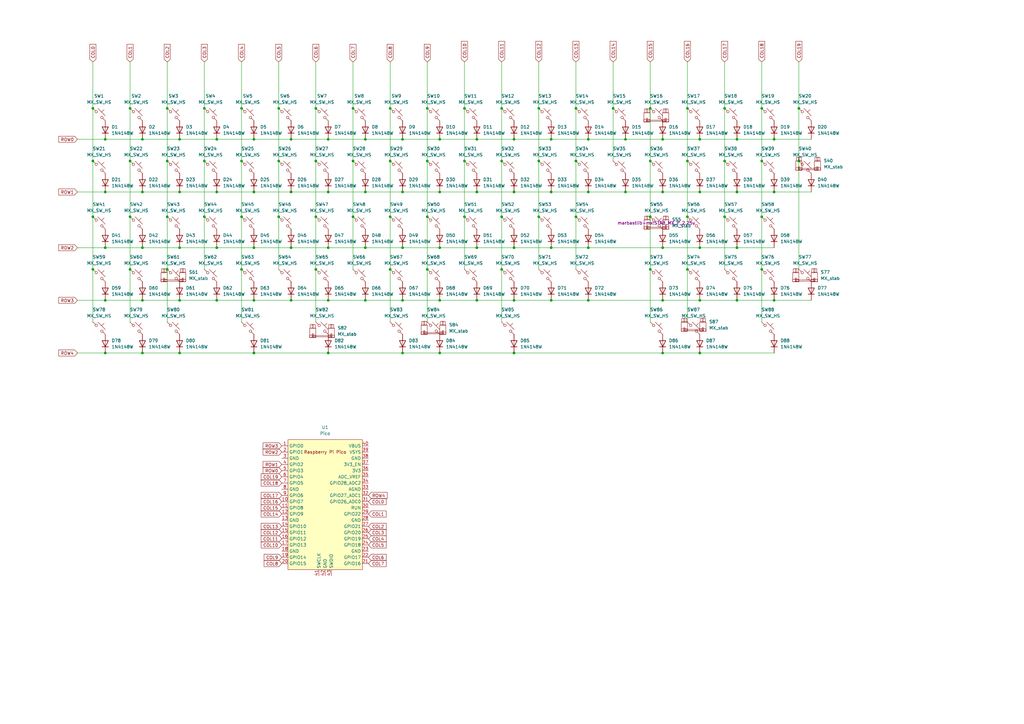
<source format=kicad_sch>
(kicad_sch (version 20231120) (generator "eeschema") (generator_version "8.0")
  (paper "A3")
  (lib_symbols
    (symbol "Diode:1N4148W" (pin_numbers hide) (pin_names hide)
      (property "Reference" "D" (at 0 2.54 0))
      (property "Value" "1N4148W" (at 0 -2.54 0))
      (symbol "1N4148W_1_1"
        (pin passive line (at -3.81 0 0) (length 2.54) (name "K") (number "1"))
        (pin passive line (at 3.81 0 180) (length 2.54) (name "A") (number "2"))
      )
    )
    (symbol "MCU_RaspberryPi_and_Boards:Pico"
      (property "Reference" "U" (at -13.97 27.94 0))
      (property "Value" "Pico" (at 0 19.05 0))
      (symbol "Pico_0_0"
        (text "Raspberry Pi Pico" (at 0 21.59 0) (effects (font (size 1.27 1.27))))
      )
      (symbol "Pico_1_1"
        (pin bidirectional line (at -17.78 24.13 0) (length 2.54) (name "GPIO0") (number "1"))
        (pin bidirectional line (at -17.78 1.27 0) (length 2.54) (name "GPIO7") (number "10"))
        (pin bidirectional line (at -17.78 -1.27 0) (length 2.54) (name "GPIO8") (number "11"))
        (pin bidirectional line (at -17.78 -3.81 0) (length 2.54) (name "GPIO9") (number "12"))
        (pin power_in line (at -17.78 -6.35 0) (length 2.54) (name "GND") (number "13"))
        (pin bidirectional line (at -17.78 -8.89 0) (length 2.54) (name "GPIO10") (number "14"))
        (pin bidirectional line (at -17.78 -11.43 0) (length 2.54) (name "GPIO11") (number "15"))
        (pin bidirectional line (at -17.78 -13.97 0) (length 2.54) (name "GPIO12") (number "16"))
        (pin bidirectional line (at -17.78 -16.51 0) (length 2.54) (name "GPIO13") (number "17"))
        (pin power_in line (at -17.78 -19.05 0) (length 2.54) (name "GND") (number "18"))
        (pin bidirectional line (at -17.78 -21.59 0) (length 2.54) (name "GPIO14") (number "19"))
        (pin bidirectional line (at -17.78 21.59 0) (length 2.54) (name "GPIO1") (number "2"))
        (pin bidirectional line (at -17.78 -24.13 0) (length 2.54) (name "GPIO15") (number "20"))
        (pin bidirectional line (at 17.78 -24.13 180) (length 2.54) (name "GPIO16") (number "21"))
        (pin bidirectional line (at 17.78 -21.59 180) (length 2.54) (name "GPIO17") (number "22"))
        (pin power_in line (at 17.78 -19.05 180) (length 2.54) (name "GND") (number "23"))
        (pin bidirectional line (at 17.78 -16.51 180) (length 2.54) (name "GPIO18") (number "24"))
        (pin bidirectional line (at 17.78 -13.97 180) (length 2.54) (name "GPIO19") (number "25"))
        (pin bidirectional line (at 17.78 -11.43 180) (length 2.54) (name "GPIO20") (number "26"))
        (pin bidirectional line (at 17.78 -8.89 180) (length 2.54) (name "GPIO21") (number "27"))
        (pin power_in line (at 17.78 -6.35 180) (length 2.54) (name "GND") (number "28"))
        (pin bidirectional line (at 17.78 -3.81 180) (length 2.54) (name "GPIO22") (number "29"))
        (pin power_in line (at -17.78 19.05 0) (length 2.54) (name "GND") (number "3"))
        (pin input line (at 17.78 -1.27 180) (length 2.54) (name "RUN") (number "30"))
        (pin bidirectional line (at 17.78 1.27 180) (length 2.54) (name "GPIO26_ADC0") (number "31"))
        (pin bidirectional line (at 17.78 3.81 180) (length 2.54) (name "GPIO27_ADC1") (number "32"))
        (pin power_in line (at 17.78 6.35 180) (length 2.54) (name "AGND") (number "33"))
        (pin bidirectional line (at 17.78 8.89 180) (length 2.54) (name "GPIO28_ADC2") (number "34"))
        (pin power_in line (at 17.78 11.43 180) (length 2.54) (name "ADC_VREF") (number "35"))
        (pin power_in line (at 17.78 13.97 180) (length 2.54) (name "3V3") (number "36"))
        (pin input line (at 17.78 16.51 180) (length 2.54) (name "3V3_EN") (number "37"))
        (pin bidirectional line (at 17.78 19.05 180) (length 2.54) (name "GND") (number "38"))
        (pin power_in line (at 17.78 21.59 180) (length 2.54) (name "VSYS") (number "39"))
        (pin bidirectional line (at -17.78 16.51 0) (length 2.54) (name "GPIO2") (number "4"))
        (pin power_in line (at 17.78 24.13 180) (length 2.54) (name "VBUS") (number "40"))
        (pin input line (at -2.54 -29.21 90) (length 2.54) (name "SWCLK") (number "41"))
        (pin power_in line (at 0 -29.21 90) (length 2.54) (name "GND") (number "42"))
        (pin bidirectional line (at 2.54 -29.21 90) (length 2.54) (name "SWDIO") (number "43"))
        (pin bidirectional line (at -17.78 13.97 0) (length 2.54) (name "GPIO3") (number "5"))
        (pin bidirectional line (at -17.78 11.43 0) (length 2.54) (name "GPIO4") (number "6"))
        (pin bidirectional line (at -17.78 8.89 0) (length 2.54) (name "GPIO5") (number "7"))
        (pin power_in line (at -17.78 6.35 0) (length 2.54) (name "GND") (number "8"))
        (pin bidirectional line (at -17.78 3.81 0) (length 2.54) (name "GPIO6") (number "9"))
      )
    )
    (symbol "PCM_marbastlib-mx:MX_stab" (pin_names (offset 1.016))
      (property "Reference" "S" (at -5.08 6.35 0))
      (property "Value" "MX_stab" (at -5.08 3.81 0))
    )
    (symbol "marbastlib-mx:MX_SW_HS_CPG151101S11" (pin_numbers hide) (pin_names (offset 1.016) hide)
      (property "Reference" "MX" (at 3.048 1.016 0))
      (property "Value" "MX_SW_HS" (at 0 -3.81 0))
      (symbol "MX_SW_HS_CPG151101S11_0_1"
        (pin passive line (at -2.54 2.54 0) (length 0) (name "1") (number "1"))
        (pin passive line (at 2.54 -2.54 180) (length 0) (name "2") (number "2"))
      )
    )
  )
  (junction (at 149.86 123.19))
  (junction (at 119.38 101.6))
  (junction (at 180.34 57.15))
  (junction (at 266.7 44.45))
  (junction (at 129.54 88.9))
  (junction (at 119.38 78.74))
  (junction (at 317.5 57.15))
  (junction (at 210.82 78.74))
  (junction (at 220.98 88.9))
  (junction (at 38.1 44.45))
  (junction (at 165.1 123.19))
  (junction (at 271.78 57.15))
  (junction (at 271.78 78.74))
  (junction (at 175.26 110.49))
  (junction (at 220.98 66.04))
  (junction (at 134.62 101.6))
  (junction (at 175.26 44.45))
  (junction (at 302.26 101.6))
  (junction (at 226.06 78.74))
  (junction (at 180.34 144.78))
  (junction (at 43.18 144.78))
  (junction (at 114.3 44.45))
  (junction (at 236.22 66.04))
  (junction (at 281.94 110.49))
  (junction (at 160.02 66.04))
  (junction (at 205.74 44.45))
  (junction (at 281.94 88.9))
  (junction (at 99.06 88.9))
  (junction (at 88.9 57.15))
  (junction (at 73.66 78.74))
  (junction (at 297.18 66.04))
  (junction (at 43.18 57.15))
  (junction (at 88.9 123.19))
  (junction (at 312.42 88.9))
  (junction (at 205.74 88.9))
  (junction (at 297.18 44.45))
  (junction (at 73.66 144.78))
  (junction (at 312.42 66.04))
  (junction (at 73.66 123.19))
  (junction (at 226.06 101.6))
  (junction (at 99.06 110.49))
  (junction (at 195.58 57.15))
  (junction (at 210.82 101.6))
  (junction (at 58.42 57.15))
  (junction (at 73.66 57.15))
  (junction (at 205.74 110.49))
  (junction (at 287.02 57.15))
  (junction (at 99.06 66.04))
  (junction (at 68.58 110.49))
  (junction (at 241.3 101.6))
  (junction (at 226.06 123.19))
  (junction (at 149.86 78.74))
  (junction (at 134.62 57.15))
  (junction (at 43.18 101.6))
  (junction (at 236.22 44.45))
  (junction (at 160.02 44.45))
  (junction (at 302.26 123.19))
  (junction (at 134.62 78.74))
  (junction (at 312.42 110.49))
  (junction (at 88.9 78.74))
  (junction (at 53.34 44.45))
  (junction (at 129.54 110.49))
  (junction (at 119.38 123.19))
  (junction (at 266.7 88.9))
  (junction (at 129.54 44.45))
  (junction (at 83.82 88.9))
  (junction (at 180.34 123.19))
  (junction (at 160.02 110.49))
  (junction (at 287.02 123.19))
  (junction (at 210.82 123.19))
  (junction (at 210.82 57.15))
  (junction (at 160.02 88.9))
  (junction (at 302.26 57.15))
  (junction (at 58.42 78.74))
  (junction (at 190.5 44.45))
  (junction (at 220.98 44.45))
  (junction (at 266.7 110.49))
  (junction (at 297.18 88.9))
  (junction (at 114.3 88.9))
  (junction (at 68.58 88.9))
  (junction (at 190.5 66.04))
  (junction (at 165.1 57.15))
  (junction (at 251.46 44.45))
  (junction (at 165.1 78.74))
  (junction (at 256.54 78.74))
  (junction (at 317.5 78.74))
  (junction (at 266.7 66.04))
  (junction (at 256.54 57.15))
  (junction (at 68.58 44.45))
  (junction (at 88.9 101.6))
  (junction (at 271.78 123.19))
  (junction (at 205.74 66.04))
  (junction (at 134.62 144.78))
  (junction (at 53.34 110.49))
  (junction (at 226.06 57.15))
  (junction (at 302.26 78.74))
  (junction (at 129.54 66.04))
  (junction (at 195.58 78.74))
  (junction (at 149.86 57.15))
  (junction (at 175.26 88.9))
  (junction (at 104.14 123.19))
  (junction (at 38.1 66.04))
  (junction (at 73.66 101.6))
  (junction (at 134.62 123.19))
  (junction (at 287.02 78.74))
  (junction (at 104.14 78.74))
  (junction (at 144.78 66.04))
  (junction (at 195.58 123.19))
  (junction (at 271.78 144.78))
  (junction (at 241.3 78.74))
  (junction (at 287.02 144.78))
  (junction (at 38.1 110.49))
  (junction (at 144.78 88.9))
  (junction (at 165.1 144.78))
  (junction (at 53.34 66.04))
  (junction (at 43.18 123.19))
  (junction (at 114.3 66.04))
  (junction (at 281.94 66.04))
  (junction (at 58.42 101.6))
  (junction (at 58.42 123.19))
  (junction (at 327.66 66.04))
  (junction (at 83.82 44.45))
  (junction (at 165.1 101.6))
  (junction (at 38.1 88.9))
  (junction (at 317.5 123.19))
  (junction (at 58.42 144.78))
  (junction (at 175.26 66.04))
  (junction (at 43.18 78.74))
  (junction (at 195.58 101.6))
  (junction (at 104.14 101.6))
  (junction (at 149.86 101.6))
  (junction (at 312.42 44.45))
  (junction (at 241.3 123.19))
  (junction (at 190.5 88.9))
  (junction (at 119.38 57.15))
  (junction (at 99.06 44.45))
  (junction (at 327.66 44.45))
  (junction (at 180.34 101.6))
  (junction (at 210.82 144.78))
  (junction (at 104.14 144.78))
  (junction (at 53.34 88.9))
  (junction (at 83.82 66.04))
  (junction (at 144.78 44.45))
  (junction (at 281.94 44.45))
  (junction (at 287.02 101.6))
  (junction (at 271.78 101.6))
  (junction (at 104.14 57.15))
  (junction (at 241.3 57.15))
  (junction (at 236.22 88.9))
  (junction (at 180.34 78.74))
  (junction (at 68.58 66.04))
  (wire (pts (xy 99.06 66.04) (xy 99.06 88.9)))
  (wire (pts (xy 99.06 25.4) (xy 99.06 44.45)))
  (wire (pts (xy 256.54 78.74) (xy 271.78 78.74)))
  (wire (pts (xy 241.3 101.6) (xy 271.78 101.6)))
  (wire (pts (xy 175.26 88.9) (xy 175.26 110.49)))
  (wire (pts (xy 302.26 101.6) (xy 317.5 101.6)))
  (wire (pts (xy 195.58 101.6) (xy 210.82 101.6)))
  (wire (pts (xy 73.66 78.74) (xy 88.9 78.74)))
  (wire (pts (xy 271.78 78.74) (xy 287.02 78.74)))
  (wire (pts (xy 220.98 66.04) (xy 220.98 88.9)))
  (wire (pts (xy 205.74 25.4) (xy 205.74 44.45)))
  (wire (pts (xy 236.22 66.04) (xy 236.22 88.9)))
  (wire (pts (xy 165.1 101.6) (xy 180.34 101.6)))
  (wire (pts (xy 134.62 101.6) (xy 149.86 101.6)))
  (wire (pts (xy 73.66 101.6) (xy 88.9 101.6)))
  (wire (pts (xy 226.06 57.15) (xy 241.3 57.15)))
  (wire (pts (xy 312.42 88.9) (xy 312.42 110.49)))
  (wire (pts (xy 73.66 123.19) (xy 88.9 123.19)))
  (wire (pts (xy 281.94 66.04) (xy 281.94 88.9)))
  (wire (pts (xy 129.54 44.45) (xy 129.54 66.04)))
  (wire (pts (xy 104.14 123.19) (xy 119.38 123.19)))
  (wire (pts (xy 175.26 25.4) (xy 175.26 44.45)))
  (wire (pts (xy 68.58 25.4) (xy 68.58 44.45)))
  (wire (pts (xy 287.02 57.15) (xy 302.26 57.15)))
  (wire (pts (xy 73.66 57.15) (xy 88.9 57.15)))
  (wire (pts (xy 104.14 78.74) (xy 119.38 78.74)))
  (wire (pts (xy 134.62 57.15) (xy 149.86 57.15)))
  (wire (pts (xy 31.75 144.78) (xy 43.18 144.78)))
  (wire (pts (xy 180.34 57.15) (xy 195.58 57.15)))
  (wire (pts (xy 220.98 44.45) (xy 220.98 66.04)))
  (wire (pts (xy 53.34 110.49) (xy 53.34 132.08)))
  (wire (pts (xy 149.86 57.15) (xy 165.1 57.15)))
  (wire (pts (xy 317.5 78.74) (xy 332.74 78.74)))
  (wire (pts (xy 195.58 123.19) (xy 210.82 123.19)))
  (wire (pts (xy 205.74 66.04) (xy 205.74 88.9)))
  (wire (pts (xy 312.42 25.4) (xy 312.42 44.45)))
  (wire (pts (xy 287.02 78.74) (xy 302.26 78.74)))
  (wire (pts (xy 31.75 101.6) (xy 43.18 101.6)))
  (wire (pts (xy 31.75 123.19) (xy 43.18 123.19)))
  (wire (pts (xy 312.42 110.49) (xy 312.42 132.08)))
  (wire (pts (xy 190.5 66.04) (xy 190.5 88.9)))
  (wire (pts (xy 83.82 66.04) (xy 83.82 88.9)))
  (wire (pts (xy 302.26 57.15) (xy 317.5 57.15)))
  (wire (pts (xy 58.42 57.15) (xy 73.66 57.15)))
  (wire (pts (xy 317.5 123.19) (xy 332.74 123.19)))
  (wire (pts (xy 43.18 78.74) (xy 58.42 78.74)))
  (wire (pts (xy 134.62 123.19) (xy 149.86 123.19)))
  (wire (pts (xy 220.98 88.9) (xy 220.98 110.49)))
  (wire (pts (xy 129.54 88.9) (xy 129.54 110.49)))
  (wire (pts (xy 302.26 123.19) (xy 317.5 123.19)))
  (wire (pts (xy 83.82 88.9) (xy 83.82 110.49)))
  (wire (pts (xy 53.34 88.9) (xy 53.34 110.49)))
  (wire (pts (xy 266.7 25.4) (xy 266.7 44.45)))
  (wire (pts (xy 317.5 57.15) (xy 332.74 57.15)))
  (wire (pts (xy 53.34 66.04) (xy 53.34 88.9)))
  (wire (pts (xy 58.42 101.6) (xy 73.66 101.6)))
  (wire (pts (xy 302.26 78.74) (xy 317.5 78.74)))
  (wire (pts (xy 165.1 57.15) (xy 180.34 57.15)))
  (wire (pts (xy 99.06 44.45) (xy 99.06 66.04)))
  (wire (pts (xy 38.1 66.04) (xy 38.1 88.9)))
  (wire (pts (xy 165.1 123.19) (xy 180.34 123.19)))
  (wire (pts (xy 297.18 25.4) (xy 297.18 44.45)))
  (wire (pts (xy 226.06 78.74) (xy 241.3 78.74)))
  (wire (pts (xy 236.22 44.45) (xy 236.22 66.04)))
  (wire (pts (xy 119.38 123.19) (xy 134.62 123.19)))
  (wire (pts (xy 271.78 123.19) (xy 287.02 123.19)))
  (wire (pts (xy 149.86 78.74) (xy 165.1 78.74)))
  (wire (pts (xy 236.22 25.4) (xy 236.22 44.45)))
  (wire (pts (xy 119.38 101.6) (xy 134.62 101.6)))
  (wire (pts (xy 119.38 57.15) (xy 134.62 57.15)))
  (wire (pts (xy 149.86 123.19) (xy 165.1 123.19)))
  (wire (pts (xy 281.94 44.45) (xy 281.94 66.04)))
  (wire (pts (xy 58.42 78.74) (xy 73.66 78.74)))
  (wire (pts (xy 327.66 25.4) (xy 327.66 44.45)))
  (wire (pts (xy 175.26 110.49) (xy 175.26 132.08)))
  (wire (pts (xy 180.34 123.19) (xy 195.58 123.19)))
  (wire (pts (xy 144.78 66.04) (xy 144.78 88.9)))
  (wire (pts (xy 144.78 88.9) (xy 144.78 110.49)))
  (wire (pts (xy 281.94 110.49) (xy 281.94 132.08)))
  (wire (pts (xy 266.7 110.49) (xy 266.7 132.08)))
  (wire (pts (xy 175.26 44.45) (xy 175.26 66.04)))
  (wire (pts (xy 226.06 101.6) (xy 241.3 101.6)))
  (wire (pts (xy 210.82 144.78) (xy 271.78 144.78)))
  (wire (pts (xy 160.02 88.9) (xy 160.02 110.49)))
  (wire (pts (xy 195.58 78.74) (xy 210.82 78.74)))
  (wire (pts (xy 68.58 110.49) (xy 68.58 132.08)))
  (wire (pts (xy 104.14 57.15) (xy 119.38 57.15)))
  (wire (pts (xy 134.62 144.78) (xy 165.1 144.78)))
  (wire (pts (xy 88.9 101.6) (xy 104.14 101.6)))
  (wire (pts (xy 160.02 25.4) (xy 160.02 44.45)))
  (wire (pts (xy 287.02 101.6) (xy 302.26 101.6)))
  (wire (pts (xy 210.82 78.74) (xy 226.06 78.74)))
  (wire (pts (xy 180.34 101.6) (xy 195.58 101.6)))
  (wire (pts (xy 68.58 66.04) (xy 68.58 88.9)))
  (wire (pts (xy 83.82 25.4) (xy 83.82 44.45)))
  (wire (pts (xy 43.18 123.19) (xy 58.42 123.19)))
  (wire (pts (xy 119.38 78.74) (xy 134.62 78.74)))
  (wire (pts (xy 88.9 57.15) (xy 104.14 57.15)))
  (wire (pts (xy 160.02 66.04) (xy 160.02 88.9)))
  (wire (pts (xy 210.82 57.15) (xy 226.06 57.15)))
  (wire (pts (xy 134.62 78.74) (xy 149.86 78.74)))
  (wire (pts (xy 241.3 123.19) (xy 271.78 123.19)))
  (wire (pts (xy 129.54 25.4) (xy 129.54 44.45)))
  (wire (pts (xy 38.1 110.49) (xy 38.1 132.08)))
  (wire (pts (xy 149.86 101.6) (xy 165.1 101.6)))
  (wire (pts (xy 99.06 88.9) (xy 99.06 110.49)))
  (wire (pts (xy 327.66 44.45) (xy 327.66 66.04)))
  (wire (pts (xy 281.94 25.4) (xy 281.94 44.45)))
  (wire (pts (xy 256.54 57.15) (xy 271.78 57.15)))
  (wire (pts (xy 165.1 144.78) (xy 180.34 144.78)))
  (wire (pts (xy 68.58 88.9) (xy 68.58 110.49)))
  (wire (pts (xy 43.18 101.6) (xy 58.42 101.6)))
  (wire (pts (xy 114.3 44.45) (xy 114.3 66.04)))
  (wire (pts (xy 287.02 144.78) (xy 317.5 144.78)))
  (wire (pts (xy 160.02 44.45) (xy 160.02 66.04)))
  (wire (pts (xy 38.1 88.9) (xy 38.1 110.49)))
  (wire (pts (xy 251.46 25.4) (xy 251.46 44.45)))
  (wire (pts (xy 129.54 66.04) (xy 129.54 88.9)))
  (wire (pts (xy 226.06 123.19) (xy 241.3 123.19)))
  (wire (pts (xy 114.3 25.4) (xy 114.3 44.45)))
  (wire (pts (xy 190.5 88.9) (xy 190.5 110.49)))
  (wire (pts (xy 99.06 110.49) (xy 99.06 132.08)))
  (wire (pts (xy 88.9 123.19) (xy 104.14 123.19)))
  (wire (pts (xy 190.5 25.4) (xy 190.5 44.45)))
  (wire (pts (xy 129.54 110.49) (xy 129.54 132.08)))
  (wire (pts (xy 297.18 66.04) (xy 297.18 88.9)))
  (wire (pts (xy 287.02 123.19) (xy 302.26 123.19)))
  (wire (pts (xy 88.9 78.74) (xy 104.14 78.74)))
  (wire (pts (xy 144.78 44.45) (xy 144.78 66.04)))
  (wire (pts (xy 53.34 25.4) (xy 53.34 44.45)))
  (wire (pts (xy 210.82 101.6) (xy 226.06 101.6)))
  (wire (pts (xy 73.66 144.78) (xy 104.14 144.78)))
  (wire (pts (xy 114.3 88.9) (xy 114.3 110.49)))
  (wire (pts (xy 236.22 88.9) (xy 236.22 110.49)))
  (wire (pts (xy 312.42 66.04) (xy 312.42 88.9)))
  (wire (pts (xy 266.7 66.04) (xy 266.7 88.9)))
  (wire (pts (xy 220.98 25.4) (xy 220.98 44.45)))
  (wire (pts (xy 241.3 57.15) (xy 256.54 57.15)))
  (wire (pts (xy 58.42 144.78) (xy 73.66 144.78)))
  (wire (pts (xy 83.82 44.45) (xy 83.82 66.04)))
  (wire (pts (xy 104.14 101.6) (xy 119.38 101.6)))
  (wire (pts (xy 68.58 44.45) (xy 68.58 66.04)))
  (wire (pts (xy 38.1 25.4) (xy 38.1 44.45)))
  (wire (pts (xy 205.74 44.45) (xy 205.74 66.04)))
  (wire (pts (xy 271.78 101.6) (xy 287.02 101.6)))
  (wire (pts (xy 114.3 66.04) (xy 114.3 88.9)))
  (wire (pts (xy 180.34 78.74) (xy 195.58 78.74)))
  (wire (pts (xy 327.66 66.04) (xy 327.66 110.49)))
  (wire (pts (xy 175.26 66.04) (xy 175.26 88.9)))
  (wire (pts (xy 241.3 78.74) (xy 256.54 78.74)))
  (wire (pts (xy 38.1 44.45) (xy 38.1 66.04)))
  (wire (pts (xy 180.34 144.78) (xy 210.82 144.78)))
  (wire (pts (xy 205.74 88.9) (xy 205.74 110.49)))
  (wire (pts (xy 31.75 57.15) (xy 43.18 57.15)))
  (wire (pts (xy 205.74 110.49) (xy 205.74 132.08)))
  (wire (pts (xy 165.1 78.74) (xy 180.34 78.74)))
  (wire (pts (xy 271.78 144.78) (xy 287.02 144.78)))
  (wire (pts (xy 58.42 123.19) (xy 73.66 123.19)))
  (wire (pts (xy 195.58 57.15) (xy 210.82 57.15)))
  (wire (pts (xy 271.78 57.15) (xy 287.02 57.15)))
  (wire (pts (xy 144.78 25.4) (xy 144.78 44.45)))
  (wire (pts (xy 190.5 44.45) (xy 190.5 66.04)))
  (wire (pts (xy 297.18 88.9) (xy 297.18 110.49)))
  (wire (pts (xy 43.18 57.15) (xy 58.42 57.15)))
  (wire (pts (xy 31.75 78.74) (xy 43.18 78.74)))
  (wire (pts (xy 297.18 44.45) (xy 297.18 66.04)))
  (wire (pts (xy 210.82 123.19) (xy 226.06 123.19)))
  (wire (pts (xy 312.42 44.45) (xy 312.42 66.04)))
  (wire (pts (xy 266.7 44.45) (xy 266.7 66.04)))
  (wire (pts (xy 266.7 88.9) (xy 266.7 110.49)))
  (wire (pts (xy 53.34 44.45) (xy 53.34 66.04)))
  (wire (pts (xy 251.46 44.45) (xy 251.46 66.04)))
  (wire (pts (xy 104.14 144.78) (xy 134.62 144.78)))
  (wire (pts (xy 160.02 110.49) (xy 160.02 132.08)))
  (wire (pts (xy 43.18 144.78) (xy 58.42 144.78)))
  (wire (pts (xy 281.94 88.9) (xy 281.94 110.49)))
  (global_label "COL19" (shape input) (at 115.57 195.58 180) (property "Intersheetrefs" "${INTERSHEET_REFS}" (effects (hide yes))))
  (global_label "COL17" (shape input) (at 297.18 25.4 90) (property "Intersheetrefs" "${INTERSHEET_REFS}" (effects (hide yes))))
  (global_label "COL0" (shape input) (at 38.1 25.4 90) (property "Intersheetrefs" "${INTERSHEET_REFS}" (effects (hide yes))))
  (global_label "COL11" (shape input) (at 115.57 220.98 180) (property "Intersheetrefs" "${INTERSHEET_REFS}" (effects (hide yes))))
  (global_label "COL13" (shape input) (at 115.57 215.9 180) (property "Intersheetrefs" "${INTERSHEET_REFS}" (effects (hide yes))))
  (global_label "ROW4" (shape input) (at 151.13 203.2 0) (property "Intersheetrefs" "${INTERSHEET_REFS}" (effects (hide yes))))
  (global_label "COL6" (shape input) (at 129.54 25.4 90) (property "Intersheetrefs" "${INTERSHEET_REFS}" (effects (hide yes))))
  (global_label "COL3" (shape input) (at 151.13 218.44 0) (property "Intersheetrefs" "${INTERSHEET_REFS}" (effects (hide yes))))
  (global_label "COL17" (shape input) (at 115.57 203.2 180) (property "Intersheetrefs" "${INTERSHEET_REFS}" (effects (hide yes))))
  (global_label "COL9" (shape input) (at 175.26 25.4 90) (property "Intersheetrefs" "${INTERSHEET_REFS}" (effects (hide yes))))
  (global_label "COL12" (shape input) (at 115.57 218.44 180) (property "Intersheetrefs" "${INTERSHEET_REFS}" (effects (hide yes))))
  (global_label "COL2" (shape input) (at 151.13 215.9 0) (property "Intersheetrefs" "${INTERSHEET_REFS}" (effects (hide yes))))
  (global_label "COL1" (shape input) (at 53.34 25.4 90) (property "Intersheetrefs" "${INTERSHEET_REFS}" (effects (hide yes))))
  (global_label "ROW4" (shape input) (at 31.75 144.78 180) (property "Intersheetrefs" "${INTERSHEET_REFS}" (effects (hide yes))))
  (global_label "COL7" (shape input) (at 151.13 231.14 0) (property "Intersheetrefs" "${INTERSHEET_REFS}" (effects (hide yes))))
  (global_label "COL15" (shape input) (at 266.7 25.4 90) (property "Intersheetrefs" "${INTERSHEET_REFS}" (effects (hide yes))))
  (global_label "COL1" (shape input) (at 151.13 210.82 0) (property "Intersheetrefs" "${INTERSHEET_REFS}" (effects (hide yes))))
  (global_label "COL3" (shape input) (at 83.82 25.4 90) (property "Intersheetrefs" "${INTERSHEET_REFS}" (effects (hide yes))))
  (global_label "ROW1" (shape input) (at 115.57 190.5 180) (property "Intersheetrefs" "${INTERSHEET_REFS}" (effects (hide yes))))
  (global_label "COL15" (shape input) (at 115.57 208.28 180) (property "Intersheetrefs" "${INTERSHEET_REFS}" (effects (hide yes))))
  (global_label "COL10" (shape input) (at 115.57 223.52 180) (property "Intersheetrefs" "${INTERSHEET_REFS}" (effects (hide yes))))
  (global_label "COL12" (shape input) (at 220.98 25.4 90) (property "Intersheetrefs" "${INTERSHEET_REFS}" (effects (hide yes))))
  (global_label "COL11" (shape input) (at 205.74 25.4 90) (property "Intersheetrefs" "${INTERSHEET_REFS}" (effects (hide yes))))
  (global_label "ROW0" (shape input) (at 115.57 193.04 180) (property "Intersheetrefs" "${INTERSHEET_REFS}" (effects (hide yes))))
  (global_label "COL5" (shape input) (at 151.13 223.52 0) (property "Intersheetrefs" "${INTERSHEET_REFS}" (effects (hide yes))))
  (global_label "COL16" (shape input) (at 115.57 205.74 180) (property "Intersheetrefs" "${INTERSHEET_REFS}" (effects (hide yes))))
  (global_label "ROW2" (shape input) (at 115.57 185.42 180) (property "Intersheetrefs" "${INTERSHEET_REFS}" (effects (hide yes))))
  (global_label "ROW0" (shape input) (at 31.75 57.15 180) (property "Intersheetrefs" "${INTERSHEET_REFS}" (effects (hide yes))))
  (global_label "COL5" (shape input) (at 114.3 25.4 90) (property "Intersheetrefs" "${INTERSHEET_REFS}" (effects (hide yes))))
  (global_label "COL13" (shape input) (at 236.22 25.4 90) (property "Intersheetrefs" "${INTERSHEET_REFS}" (effects (hide yes))))
  (global_label "ROW3" (shape input) (at 31.75 123.19 180) (property "Intersheetrefs" "${INTERSHEET_REFS}" (effects (hide yes))))
  (global_label "COL14" (shape input) (at 251.46 25.4 90) (property "Intersheetrefs" "${INTERSHEET_REFS}" (effects (hide yes))))
  (global_label "COL7" (shape input) (at 144.78 25.4 90) (property "Intersheetrefs" "${INTERSHEET_REFS}" (effects (hide yes))))
  (global_label "COL18" (shape input) (at 312.42 25.4 90) (property "Intersheetrefs" "${INTERSHEET_REFS}" (effects (hide yes))))
  (global_label "COL8" (shape input) (at 115.57 231.14 180) (property "Intersheetrefs" "${INTERSHEET_REFS}" (effects (hide yes))))
  (global_label "ROW3" (shape input) (at 115.57 182.88 180) (property "Intersheetrefs" "${INTERSHEET_REFS}" (effects (hide yes))))
  (global_label "COL19" (shape input) (at 327.66 25.4 90) (property "Intersheetrefs" "${INTERSHEET_REFS}" (effects (hide yes))))
  (global_label "ROW1" (shape input) (at 31.75 78.74 180) (property "Intersheetrefs" "${INTERSHEET_REFS}" (effects (hide yes))))
  (global_label "COL0" (shape input) (at 151.13 205.74 0) (property "Intersheetrefs" "${INTERSHEET_REFS}" (effects (hide yes))))
  (global_label "COL9" (shape input) (at 115.57 228.6 180) (property "Intersheetrefs" "${INTERSHEET_REFS}" (effects (hide yes))))
  (global_label "COL6" (shape input) (at 151.13 228.6 0) (property "Intersheetrefs" "${INTERSHEET_REFS}" (effects (hide yes))))
  (global_label "COL14" (shape input) (at 115.57 210.82 180) (property "Intersheetrefs" "${INTERSHEET_REFS}" (effects (hide yes))))
  (global_label "COL10" (shape input) (at 190.5 25.4 90) (property "Intersheetrefs" "${INTERSHEET_REFS}" (effects (hide yes))))
  (global_label "COL4" (shape input) (at 151.13 220.98 0) (property "Intersheetrefs" "${INTERSHEET_REFS}" (effects (hide yes))))
  (global_label "COL8" (shape input) (at 160.02 25.4 90) (property "Intersheetrefs" "${INTERSHEET_REFS}" (effects (hide yes))))
  (global_label "COL18" (shape input) (at 115.57 198.12 180) (property "Intersheetrefs" "${INTERSHEET_REFS}" (effects (hide yes))))
  (global_label "COL2" (shape input) (at 68.58 25.4 90) (property "Intersheetrefs" "${INTERSHEET_REFS}" (effects (hide yes))))
  (global_label "COL16" (shape input) (at 281.94 25.4 90) (property "Intersheetrefs" "${INTERSHEET_REFS}" (effects (hide yes))))
  (global_label "ROW2" (shape input) (at 31.75 101.6 180) (property "Intersheetrefs" "${INTERSHEET_REFS}" (effects (hide yes))))
  (global_label "COL4" (shape input) (at 99.06 25.4 90) (property "Intersheetrefs" "${INTERSHEET_REFS}" (effects (hide yes))))
  (symbol (lib_id "Diode:1N4148W") (at 226.06 53.34 90) (unit 1)
    (property "Reference" "D13" (at 228.6 52.0699 90) (effects (justify right)))
    (property "Value" "1N4148W" (at 228.6 54.6099 90) (effects (justify right)))
    (property "Footprint" "Diode_SMD:D_SOD-123" (effects (hide yes)))
    (property "Datasheet" "https://www.vishay.com/docs/85748/1n4148w.pdf" (effects (hide yes)))
    (property "Description" "75V 0.15A Fast Switching Diode, SOD-123" (effects (hide yes)))
    (property "Sim.Device" "D" (effects (hide yes)))
    (property "Sim.Pins" "1=K 2=A" (effects (hide yes)))
  )
  (symbol (lib_id "Diode:1N4148W") (at 165.1 53.34 90) (unit 1)
    (property "Reference" "D9" (at 167.64 52.0699 90) (effects (justify right)))
    (property "Value" "1N4148W" (at 167.64 54.6099 90) (effects (justify right)))
    (property "Footprint" "Diode_SMD:D_SOD-123" (effects (hide yes)))
    (property "Datasheet" "https://www.vishay.com/docs/85748/1n4148w.pdf" (effects (hide yes)))
    (property "Description" "75V 0.15A Fast Switching Diode, SOD-123" (effects (hide yes)))
    (property "Sim.Device" "D" (effects (hide yes)))
    (property "Sim.Pins" "1=K 2=A" (effects (hide yes)))
  )
  (symbol (lib_id "Diode:1N4148W") (at 134.62 119.38 90) (unit 1)
    (property "Reference" "D65" (at 137.16 118.1099 90) (effects (justify right)))
    (property "Value" "1N4148W" (at 137.16 120.6499 90) (effects (justify right)))
    (property "Footprint" "Diode_SMD:D_SOD-123" (effects (hide yes)))
    (property "Datasheet" "https://www.vishay.com/docs/85748/1n4148w.pdf" (effects (hide yes)))
    (property "Description" "75V 0.15A Fast Switching Diode, SOD-123" (effects (hide yes)))
    (property "Sim.Device" "D" (effects (hide yes)))
    (property "Sim.Pins" "1=K 2=A" (effects (hide yes)))
  )
  (symbol (lib_id "Diode:1N4148W") (at 317.5 140.97 90) (unit 1)
    (property "Reference" "D88" (at 320.04 139.6999 90) (effects (justify right)))
    (property "Value" "1N4148W" (at 320.04 142.2399 90) (effects (justify right)))
    (property "Footprint" "Diode_SMD:D_SOD-123" (effects (hide yes)))
    (property "Datasheet" "https://www.vishay.com/docs/85748/1n4148w.pdf" (effects (hide yes)))
    (property "Description" "75V 0.15A Fast Switching Diode, SOD-123" (effects (hide yes)))
    (property "Sim.Device" "D" (effects (hide yes)))
    (property "Sim.Pins" "1=K 2=A" (effects (hide yes)))
  )
  (symbol (lib_id "Diode:1N4148W") (at 134.62 140.97 90) (unit 1)
    (property "Reference" "D82" (at 137.16 139.6999 90) (effects (justify right)))
    (property "Value" "1N4148W" (at 137.16 142.2399 90) (effects (justify right)))
    (property "Footprint" "Diode_SMD:D_SOD-123" (effects (hide yes)))
    (property "Datasheet" "https://www.vishay.com/docs/85748/1n4148w.pdf" (effects (hide yes)))
    (property "Description" "75V 0.15A Fast Switching Diode, SOD-123" (effects (hide yes)))
    (property "Sim.Device" "D" (effects (hide yes)))
    (property "Sim.Pins" "1=K 2=A" (effects (hide yes)))
  )
  (symbol (lib_id "Diode:1N4148W") (at 104.14 74.93 90) (unit 1)
    (property "Reference" "D25" (at 106.68 73.6599 90) (effects (justify right)))
    (property "Value" "1N4148W" (at 106.68 76.1999 90) (effects (justify right)))
    (property "Footprint" "Diode_SMD:D_SOD-123" (effects (hide yes)))
    (property "Datasheet" "https://www.vishay.com/docs/85748/1n4148w.pdf" (effects (hide yes)))
    (property "Description" "75V 0.15A Fast Switching Diode, SOD-123" (effects (hide yes)))
    (property "Sim.Device" "D" (effects (hide yes)))
    (property "Sim.Pins" "1=K 2=A" (effects (hide yes)))
  )
  (symbol (lib_id "marbastlib-mx:MX_SW_HS_CPG151101S11") (at 299.72 113.03 0) (unit 1)
    (property "Reference" "SW75" (at 299.72 105.41 0))
    (property "Value" "MX_SW_HS" (at 299.72 107.95 0))
    (property "Footprint" "PCM_marbastlib-mx:mxswitch_1u_hotswap" (effects (hide yes)))
    (property "Description" "Push button switch, normally open, two pins, 45° tilted, Kailh CPG151101S11 for Cherry MX style switches" (effects (hide yes)))
  )
  (symbol (lib_id "marbastlib-mx:MX_SW_HS_CPG151101S11") (at 330.2 68.58 0) (unit 1)
    (property "Reference" "SW40" (at 330.2 60.96 0))
    (property "Value" "MX_SW_HS" (at 330.2 63.5 0))
    (property "Footprint" "PCM_marbastlib-mx:mxswitch_1u_hotswap" (effects (hide yes)))
    (property "Description" "Push button switch, normally open, two pins, 45° tilted, Kailh CPG151101S11 for Cherry MX style switches" (effects (hide yes)))
  )
  (symbol (lib_id "Diode:1N4148W") (at 241.3 97.79 90) (unit 1)
    (property "Reference" "D54" (at 243.84 96.5199 90) (effects (justify right)))
    (property "Value" "1N4148W" (at 243.84 99.0599 90) (effects (justify right)))
    (property "Footprint" "Diode_SMD:D_SOD-123" (effects (hide yes)))
    (property "Datasheet" "https://www.vishay.com/docs/85748/1n4148w.pdf" (effects (hide yes)))
    (property "Description" "75V 0.15A Fast Switching Diode, SOD-123" (effects (hide yes)))
    (property "Sim.Device" "D" (effects (hide yes)))
    (property "Sim.Pins" "1=K 2=A" (effects (hide yes)))
  )
  (symbol (lib_id "Diode:1N4148W") (at 73.66 97.79 90) (unit 1)
    (property "Reference" "D43" (at 76.2 96.5199 90) (effects (justify right)))
    (property "Value" "1N4148W" (at 76.2 99.0599 90) (effects (justify right)))
    (property "Footprint" "Diode_SMD:D_SOD-123" (effects (hide yes)))
    (property "Datasheet" "https://www.vishay.com/docs/85748/1n4148w.pdf" (effects (hide yes)))
    (property "Description" "75V 0.15A Fast Switching Diode, SOD-123" (effects (hide yes)))
    (property "Sim.Device" "D" (effects (hide yes)))
    (property "Sim.Pins" "1=K 2=A" (effects (hide yes)))
  )
  (symbol (lib_id "Diode:1N4148W") (at 210.82 53.34 90) (unit 1)
    (property "Reference" "D12" (at 213.36 52.0699 90) (effects (justify right)))
    (property "Value" "1N4148W" (at 213.36 54.6099 90) (effects (justify right)))
    (property "Footprint" "Diode_SMD:D_SOD-123" (effects (hide yes)))
    (property "Datasheet" "https://www.vishay.com/docs/85748/1n4148w.pdf" (effects (hide yes)))
    (property "Description" "75V 0.15A Fast Switching Diode, SOD-123" (effects (hide yes)))
    (property "Sim.Device" "D" (effects (hide yes)))
    (property "Sim.Pins" "1=K 2=A" (effects (hide yes)))
  )
  (symbol (lib_id "marbastlib-mx:MX_SW_HS_CPG151101S11") (at 177.8 91.44 0) (unit 1)
    (property "Reference" "SW50" (at 177.8 83.82 0))
    (property "Value" "MX_SW_HS" (at 177.8 86.36 0))
    (property "Footprint" "PCM_marbastlib-mx:mxswitch_1u_hotswap" (effects (hide yes)))
    (property "Description" "Push button switch, normally open, two pins, 45° tilted, Kailh CPG151101S11 for Cherry MX style switches" (effects (hide yes)))
  )
  (symbol (lib_id "marbastlib-mx:MX_SW_HS_CPG151101S11") (at 147.32 91.44 0) (unit 1)
    (property "Reference" "SW48" (at 147.32 83.82 0))
    (property "Value" "MX_SW_HS" (at 147.32 86.36 0))
    (property "Footprint" "PCM_marbastlib-mx:mxswitch_1u_hotswap" (effects (hide yes)))
    (property "Description" "Push button switch, normally open, two pins, 45° tilted, Kailh CPG151101S11 for Cherry MX style switches" (effects (hide yes)))
  )
  (symbol (lib_id "marbastlib-mx:MX_SW_HS_CPG151101S11") (at 116.84 91.44 0) (unit 1)
    (property "Reference" "SW46" (at 116.84 83.82 0))
    (property "Value" "MX_SW_HS" (at 116.84 86.36 0))
    (property "Footprint" "PCM_marbastlib-mx:mxswitch_1u_hotswap" (effects (hide yes)))
    (property "Description" "Push button switch, normally open, two pins, 45° tilted, Kailh CPG151101S11 for Cherry MX style switches" (effects (hide yes)))
  )
  (symbol (lib_id "marbastlib-mx:MX_SW_HS_CPG151101S11") (at 132.08 68.58 0) (unit 1)
    (property "Reference" "SW27" (at 132.08 60.96 0))
    (property "Value" "MX_SW_HS" (at 132.08 63.5 0))
    (property "Footprint" "PCM_marbastlib-mx:mxswitch_1u_hotswap" (effects (hide yes)))
    (property "Description" "Push button switch, normally open, two pins, 45° tilted, Kailh CPG151101S11 for Cherry MX style switches" (effects (hide yes)))
  )
  (symbol (lib_id "marbastlib-mx:MX_SW_HS_CPG151101S11") (at 101.6 91.44 0) (unit 1)
    (property "Reference" "SW45" (at 101.6 83.82 0))
    (property "Value" "MX_SW_HS" (at 101.6 86.36 0))
    (property "Footprint" "PCM_marbastlib-mx:mxswitch_1u_hotswap" (effects (hide yes)))
    (property "Description" "Push button switch, normally open, two pins, 45° tilted, Kailh CPG151101S11 for Cherry MX style switches" (effects (hide yes)))
  )
  (symbol (lib_id "PCM_marbastlib-mx:MX_stab") (at 177.8 134.62 0) (unit 1)
    (property "Reference" "S84" (at 184.15 133.2229 0) (effects (justify left)))
    (property "Value" "MX_stab" (at 184.15 135.7629 0) (effects (justify left)))
    (property "Footprint" "marbastlib-mx:STAB_MX_P_2.25u" (effects (hide yes)))
    (property "Description" "Cherry MX-style stabilizer" (effects (hide yes)))
  )
  (symbol (lib_id "PCM_marbastlib-mx:MX_stab") (at 331.47 67.31 0) (unit 1)
    (property "Reference" "S40" (at 337.82 65.9129 0) (effects (justify left)))
    (property "Value" "MX_stab" (at 337.82 68.4529 0) (effects (justify left)))
    (property "Footprint" "PCM_marbastlib-mx:STAB_MX_P_2u" (effects (hide yes)))
    (property "Description" "Cherry MX-style stabilizer" (effects (hide yes)))
  )
  (symbol (lib_id "marbastlib-mx:MX_SW_HS_CPG151101S11") (at 40.64 113.03 0) (unit 1)
    (property "Reference" "SW59" (at 40.64 105.41 0))
    (property "Value" "MX_SW_HS" (at 40.64 107.95 0))
    (property "Footprint" "PCM_marbastlib-mx:mxswitch_1u_hotswap" (effects (hide yes)))
    (property "Description" "Push button switch, normally open, two pins, 45° tilted, Kailh CPG151101S11 for Cherry MX style switches" (effects (hide yes)))
  )
  (symbol (lib_id "Diode:1N4148W") (at 43.18 74.93 90) (unit 1)
    (property "Reference" "D21" (at 45.72 73.6599 90) (effects (justify right)))
    (property "Value" "1N4148W" (at 45.72 76.1999 90) (effects (justify right)))
    (property "Footprint" "Diode_SMD:D_SOD-123" (effects (hide yes)))
    (property "Datasheet" "https://www.vishay.com/docs/85748/1n4148w.pdf" (effects (hide yes)))
    (property "Description" "75V 0.15A Fast Switching Diode, SOD-123" (effects (hide yes)))
    (property "Sim.Device" "D" (effects (hide yes)))
    (property "Sim.Pins" "1=K 2=A" (effects (hide yes)))
  )
  (symbol (lib_id "PCM_marbastlib-mx:MX_stab") (at 269.1787 47.4816 0) (unit 1)
    (property "Reference" "S16" (effects (hide yes)))
    (property "Value" "MX_stab" (effects (hide yes)))
    (property "Footprint" "PCM_marbastlib-mx:STAB_MX_P_2u" (effects (hide yes)))
    (property "Description" "Cherry MX-style stabilizer" (effects (hide yes)))
  )
  (symbol (lib_id "Diode:1N4148W") (at 302.26 53.34 90) (unit 1)
    (property "Reference" "D18" (at 304.8 52.0699 90) (effects (justify right)))
    (property "Value" "1N4148W" (at 304.8 54.6099 90) (effects (justify right)))
    (property "Footprint" "Diode_SMD:D_SOD-123" (effects (hide yes)))
    (property "Datasheet" "https://www.vishay.com/docs/85748/1n4148w.pdf" (effects (hide yes)))
    (property "Description" "75V 0.15A Fast Switching Diode, SOD-123" (effects (hide yes)))
    (property "Sim.Device" "D" (effects (hide yes)))
    (property "Sim.Pins" "1=K 2=A" (effects (hide yes)))
  )
  (symbol (lib_id "Diode:1N4148W") (at 165.1 74.93 90) (unit 1)
    (property "Reference" "D29" (at 167.64 73.6599 90) (effects (justify right)))
    (property "Value" "1N4148W" (at 167.64 76.1999 90) (effects (justify right)))
    (property "Footprint" "Diode_SMD:D_SOD-123" (effects (hide yes)))
    (property "Datasheet" "https://www.vishay.com/docs/85748/1n4148w.pdf" (effects (hide yes)))
    (property "Description" "75V 0.15A Fast Switching Diode, SOD-123" (effects (hide yes)))
    (property "Sim.Device" "D" (effects (hide yes)))
    (property "Sim.Pins" "1=K 2=A" (effects (hide yes)))
  )
  (symbol (lib_id "marbastlib-mx:MX_SW_HS_CPG151101S11") (at 314.96 134.62 0) (unit 1)
    (property "Reference" "SW88" (at 314.96 127 0))
    (property "Value" "MX_SW_HS" (at 314.96 129.54 0))
    (property "Footprint" "PCM_marbastlib-mx:mxswitch_1u_hotswap" (effects (hide yes)))
    (property "Description" "Push button switch, normally open, two pins, 45° tilted, Kailh CPG151101S11 for Cherry MX style switches" (effects (hide yes)))
  )
  (symbol (lib_id "Diode:1N4148W") (at 317.5 74.93 90) (unit 1)
    (property "Reference" "D39" (at 320.04 73.6599 90) (effects (justify right)))
    (property "Value" "1N4148W" (at 320.04 76.1999 90) (effects (justify right)))
    (property "Footprint" "Diode_SMD:D_SOD-123" (effects (hide yes)))
    (property "Datasheet" "https://www.vishay.com/docs/85748/1n4148w.pdf" (effects (hide yes)))
    (property "Description" "75V 0.15A Fast Switching Diode, SOD-123" (effects (hide yes)))
    (property "Sim.Device" "D" (effects (hide yes)))
    (property "Sim.Pins" "1=K 2=A" (effects (hide yes)))
  )
  (symbol (lib_id "MCU_RaspberryPi_and_Boards:Pico") (at 133.35 207.01 0) (unit 1)
    (property "Reference" "U1" (at 133.35 175.26 0))
    (property "Value" "Pico" (at 133.35 177.8 0))
    (property "Footprint" "MCU_RaspberryPi_and_Boards:RPi_Pico_SMD_TH" (effects (hide yes)))
  )
  (symbol (lib_id "Diode:1N4148W") (at 43.18 140.97 90) (unit 1)
    (property "Reference" "D78" (at 45.72 139.6999 90) (effects (justify right)))
    (property "Value" "1N4148W" (at 45.72 142.2399 90) (effects (justify right)))
    (property "Footprint" "Diode_SMD:D_SOD-123" (effects (hide yes)))
    (property "Datasheet" "https://www.vishay.com/docs/85748/1n4148w.pdf" (effects (hide yes)))
    (property "Description" "75V 0.15A Fast Switching Diode, SOD-123" (effects (hide yes)))
    (property "Sim.Device" "D" (effects (hide yes)))
    (property "Sim.Pins" "1=K 2=A" (effects (hide yes)))
  )
  (symbol (lib_id "Diode:1N4148W") (at 317.5 53.34 90) (unit 1)
    (property "Reference" "D19" (at 320.04 52.0699 90) (effects (justify right)))
    (property "Value" "1N4148W" (at 320.04 54.6099 90) (effects (justify right)))
    (property "Footprint" "Diode_SMD:D_SOD-123" (effects (hide yes)))
    (property "Datasheet" "https://www.vishay.com/docs/85748/1n4148w.pdf" (effects (hide yes)))
    (property "Description" "75V 0.15A Fast Switching Diode, SOD-123" (effects (hide yes)))
    (property "Sim.Device" "D" (effects (hide yes)))
    (property "Sim.Pins" "1=K 2=A" (effects (hide yes)))
  )
  (symbol (lib_id "marbastlib-mx:MX_SW_HS_CPG151101S11") (at 330.2 113.03 0) (unit 1)
    (property "Reference" "SW77" (at 330.2 105.41 0))
    (property "Value" "MX_SW_HS" (at 330.2 107.95 0))
    (property "Footprint" "PCM_marbastlib-mx:mxswitch_1u_hotswap" (effects (hide yes)))
    (property "Description" "Push button switch, normally open, two pins, 45° tilted, Kailh CPG151101S11 for Cherry MX style switches" (effects (hide yes)))
  )
  (symbol (lib_id "marbastlib-mx:MX_SW_HS_CPG151101S11") (at 162.56 46.99 0) (unit 1)
    (property "Reference" "SW9" (at 162.56 39.37 0))
    (property "Value" "MX_SW_HS" (at 162.56 41.91 0))
    (property "Footprint" "PCM_marbastlib-mx:mxswitch_1u_hotswap" (effects (hide yes)))
    (property "Description" "Push button switch, normally open, two pins, 45° tilted, Kailh CPG151101S11 for Cherry MX style switches" (effects (hide yes)))
  )
  (symbol (lib_id "Diode:1N4148W") (at 43.18 97.79 90) (unit 1)
    (property "Reference" "D41" (at 45.72 96.5199 90) (effects (justify right)))
    (property "Value" "1N4148W" (at 45.72 99.0599 90) (effects (justify right)))
    (property "Footprint" "Diode_SMD:D_SOD-123" (effects (hide yes)))
    (property "Datasheet" "https://www.vishay.com/docs/85748/1n4148w.pdf" (effects (hide yes)))
    (property "Description" "75V 0.15A Fast Switching Diode, SOD-123" (effects (hide yes)))
    (property "Sim.Device" "D" (effects (hide yes)))
    (property "Sim.Pins" "1=K 2=A" (effects (hide yes)))
  )
  (symbol (lib_id "Diode:1N4148W") (at 134.62 97.79 90) (unit 1)
    (property "Reference" "D47" (at 137.16 96.5199 90) (effects (justify right)))
    (property "Value" "1N4148W" (at 137.16 99.0599 90) (effects (justify right)))
    (property "Footprint" "Diode_SMD:D_SOD-123" (effects (hide yes)))
    (property "Datasheet" "https://www.vishay.com/docs/85748/1n4148w.pdf" (effects (hide yes)))
    (property "Description" "75V 0.15A Fast Switching Diode, SOD-123" (effects (hide yes)))
    (property "Sim.Device" "D" (effects (hide yes)))
    (property "Sim.Pins" "1=K 2=A" (effects (hide yes)))
  )
  (symbol (lib_id "marbastlib-mx:MX_SW_HS_CPG151101S11") (at 269.24 113.03 0) (unit 1)
    (property "Reference" "SW73" (at 269.24 105.41 0))
    (property "Value" "MX_SW_HS" (at 269.24 107.95 0))
    (property "Footprint" "PCM_marbastlib-mx:mxswitch_1u_hotswap" (effects (hide yes)))
    (property "Description" "Push button switch, normally open, two pins, 45° tilted, Kailh CPG151101S11 for Cherry MX style switches" (effects (hide yes)))
  )
  (symbol (lib_id "marbastlib-mx:MX_SW_HS_CPG151101S11") (at 40.64 91.44 0) (unit 1)
    (property "Reference" "SW41" (at 40.64 83.82 0))
    (property "Value" "MX_SW_HS" (at 40.64 86.36 0))
    (property "Footprint" "PCM_marbastlib-mx:mxswitch_1u_hotswap" (effects (hide yes)))
    (property "Description" "Push button switch, normally open, two pins, 45° tilted, Kailh CPG151101S11 for Cherry MX style switches" (effects (hide yes)))
  )
  (symbol (lib_id "marbastlib-mx:MX_SW_HS_CPG151101S11") (at 162.56 113.03 0) (unit 1)
    (property "Reference" "SW67" (at 162.56 105.41 0))
    (property "Value" "MX_SW_HS" (at 162.56 107.95 0))
    (property "Footprint" "PCM_marbastlib-mx:mxswitch_1u_hotswap" (effects (hide yes)))
    (property "Description" "Push button switch, normally open, two pins, 45° tilted, Kailh CPG151101S11 for Cherry MX style switches" (effects (hide yes)))
  )
  (symbol (lib_id "marbastlib-mx:MX_SW_HS_CPG151101S11") (at 284.48 46.99 0) (unit 1)
    (property "Reference" "SW17" (at 284.48 39.37 0))
    (property "Value" "MX_SW_HS" (at 284.48 41.91 0))
    (property "Footprint" "PCM_marbastlib-mx:mxswitch_1u_hotswap" (effects (hide yes)))
    (property "Description" "Push button switch, normally open, two pins, 45° tilted, Kailh CPG151101S11 for Cherry MX style switches" (effects (hide yes)))
  )
  (symbol (lib_id "marbastlib-mx:MX_SW_HS_CPG151101S11") (at 147.32 46.99 0) (unit 1)
    (property "Reference" "SW8" (at 147.32 39.37 0))
    (property "Value" "MX_SW_HS" (at 147.32 41.91 0))
    (property "Footprint" "PCM_marbastlib-mx:mxswitch_1u_hotswap" (effects (hide yes)))
    (property "Description" "Push button switch, normally open, two pins, 45° tilted, Kailh CPG151101S11 for Cherry MX style switches" (effects (hide yes)))
  )
  (symbol (lib_id "Diode:1N4148W") (at 119.38 97.79 90) (unit 1)
    (property "Reference" "D46" (at 121.92 96.5199 90) (effects (justify right)))
    (property "Value" "1N4148W" (at 121.92 99.0599 90) (effects (justify right)))
    (property "Footprint" "Diode_SMD:D_SOD-123" (effects (hide yes)))
    (property "Datasheet" "https://www.vishay.com/docs/85748/1n4148w.pdf" (effects (hide yes)))
    (property "Description" "75V 0.15A Fast Switching Diode, SOD-123" (effects (hide yes)))
    (property "Sim.Device" "D" (effects (hide yes)))
    (property "Sim.Pins" "1=K 2=A" (effects (hide yes)))
  )
  (symbol (lib_id "marbastlib-mx:MX_SW_HS_CPG151101S11") (at 238.76 68.58 0) (unit 1)
    (property "Reference" "SW34" (at 238.76 60.96 0))
    (property "Value" "MX_SW_HS" (at 238.76 63.5 0))
    (property "Footprint" "PCM_marbastlib-mx:mxswitch_1u_hotswap" (effects (hide yes)))
    (property "Description" "Push button switch, normally open, two pins, 45° tilted, Kailh CPG151101S11 for Cherry MX style switches" (effects (hide yes)))
  )
  (symbol (lib_id "Diode:1N4148W") (at 271.78 119.38 90) (unit 1)
    (property "Reference" "D73" (at 274.32 118.1099 90) (effects (justify right)))
    (property "Value" "1N4148W" (at 274.32 120.6499 90) (effects (justify right)))
    (property "Footprint" "Diode_SMD:D_SOD-123" (effects (hide yes)))
    (property "Datasheet" "https://www.vishay.com/docs/85748/1n4148w.pdf" (effects (hide yes)))
    (property "Description" "75V 0.15A Fast Switching Diode, SOD-123" (effects (hide yes)))
    (property "Sim.Device" "D" (effects (hide yes)))
    (property "Sim.Pins" "1=K 2=A" (effects (hide yes)))
  )
  (symbol (lib_id "marbastlib-mx:MX_SW_HS_CPG151101S11") (at 101.6 134.62 0) (unit 1)
    (property "Reference" "SW81" (at 101.6 127 0))
    (property "Value" "MX_SW_HS" (at 101.6 129.54 0))
    (property "Footprint" "PCM_marbastlib-mx:mxswitch_1u_hotswap" (effects (hide yes)))
    (property "Description" "Push button switch, normally open, two pins, 45° tilted, Kailh CPG151101S11 for Cherry MX style switches" (effects (hide yes)))
  )
  (symbol (lib_id "Diode:1N4148W") (at 73.66 74.93 90) (unit 1)
    (property "Reference" "D23" (at 76.2 73.6599 90) (effects (justify right)))
    (property "Value" "1N4148W" (at 76.2 76.1999 90) (effects (justify right)))
    (property "Footprint" "Diode_SMD:D_SOD-123" (effects (hide yes)))
    (property "Datasheet" "https://www.vishay.com/docs/85748/1n4148w.pdf" (effects (hide yes)))
    (property "Description" "75V 0.15A Fast Switching Diode, SOD-123" (effects (hide yes)))
    (property "Sim.Device" "D" (effects (hide yes)))
    (property "Sim.Pins" "1=K 2=A" (effects (hide yes)))
  )
  (symbol (lib_id "Diode:1N4148W") (at 149.86 97.79 90) (unit 1)
    (property "Reference" "D48" (at 152.4 96.5199 90) (effects (justify right)))
    (property "Value" "1N4148W" (at 152.4 99.0599 90) (effects (justify right)))
    (property "Footprint" "Diode_SMD:D_SOD-123" (effects (hide yes)))
    (property "Datasheet" "https://www.vishay.com/docs/85748/1n4148w.pdf" (effects (hide yes)))
    (property "Description" "75V 0.15A Fast Switching Diode, SOD-123" (effects (hide yes)))
    (property "Sim.Device" "D" (effects (hide yes)))
    (property "Sim.Pins" "1=K 2=A" (effects (hide yes)))
  )
  (symbol (lib_id "marbastlib-mx:MX_SW_HS_CPG151101S11") (at 71.12 113.03 0) (unit 1)
    (property "Reference" "SW61" (at 71.12 105.41 0))
    (property "Value" "MX_SW_HS" (at 71.12 107.95 0))
    (property "Footprint" "PCM_marbastlib-mx:mxswitch_1u_hotswap" (effects (hide yes)))
    (property "Description" "Push button switch, normally open, two pins, 45° tilted, Kailh CPG151101S11 for Cherry MX style switches" (effects (hide yes)))
  )
  (symbol (lib_id "PCM_marbastlib-mx:MX_stab") (at 330.2 113.03 0) (unit 1)
    (property "Reference" "S77" (at 336.55 111.6329 0) (effects (justify left)))
    (property "Value" "MX_stab" (at 336.55 114.1729 0) (effects (justify left)))
    (property "Footprint" "PCM_marbastlib-mx:STAB_MX_P_2u" (effects (hide yes)))
    (property "Description" "Cherry MX-style stabilizer" (effects (hide yes)))
  )
  (symbol (lib_id "Diode:1N4148W") (at 195.58 74.93 90) (unit 1)
    (property "Reference" "D31" (at 198.12 73.6599 90) (effects (justify right)))
    (property "Value" "1N4148W" (at 198.12 76.1999 90) (effects (justify right)))
    (property "Footprint" "Diode_SMD:D_SOD-123" (effects (hide yes)))
    (property "Datasheet" "https://www.vishay.com/docs/85748/1n4148w.pdf" (effects (hide yes)))
    (property "Description" "75V 0.15A Fast Switching Diode, SOD-123" (effects (hide yes)))
    (property "Sim.Device" "D" (effects (hide yes)))
    (property "Sim.Pins" "1=K 2=A" (effects (hide yes)))
  )
  (symbol (lib_id "marbastlib-mx:MX_SW_HS_CPG151101S11") (at 284.48 134.62 0) (unit 1)
    (property "Reference" "SW87" (at 284.48 127 0))
    (property "Value" "MX_SW_HS" (at 284.48 129.54 0))
    (property "Footprint" "PCM_marbastlib-mx:mxswitch_1u_hotswap" (effects (hide yes)))
    (property "Description" "Push button switch, normally open, two pins, 45° tilted, Kailh CPG151101S11 for Cherry MX style switches" (effects (hide yes)))
  )
  (symbol (lib_id "Diode:1N4148W") (at 43.18 53.34 90) (unit 1)
    (property "Reference" "D1" (at 45.72 52.0699 90) (effects (justify right)))
    (property "Value" "1N4148W" (at 45.72 54.6099 90) (effects (justify right)))
    (property "Footprint" "Diode_SMD:D_SOD-123" (effects (hide yes)))
    (property "Datasheet" "https://www.vishay.com/docs/85748/1n4148w.pdf" (effects (hide yes)))
    (property "Description" "75V 0.15A Fast Switching Diode, SOD-123" (effects (hide yes)))
    (property "Sim.Device" "D" (effects (hide yes)))
    (property "Sim.Pins" "1=K 2=A" (effects (hide yes)))
  )
  (symbol (lib_id "PCM_marbastlib-mx:MX_stab") (at 269.24 91.44 0) (unit 1)
    (property "Reference" "S55" (at 275.59 90.0429 0) (effects (justify left)))
    (property "Value" "MX_stab" (at 275.59 92.5829 0) (effects (justify left)))
    (property "Footprint" "marbastlib-mx:STAB_MX_P_2.25u" (at 269.24 91.44 0))
    (property "Description" "Cherry MX-style stabilizer" (effects (hide yes)))
  )
  (symbol (lib_id "marbastlib-mx:MX_SW_HS_CPG151101S11") (at 162.56 134.62 0) (unit 1)
    (property "Reference" "SW83" (at 162.56 127 0))
    (property "Value" "MX_SW_HS" (at 162.56 129.54 0))
    (property "Footprint" "PCM_marbastlib-mx:mxswitch_1u_hotswap" (effects (hide yes)))
    (property "Description" "Push button switch, normally open, two pins, 45° tilted, Kailh CPG151101S11 for Cherry MX style switches" (effects (hide yes)))
  )
  (symbol (lib_id "Diode:1N4148W") (at 256.54 74.93 90) (unit 1)
    (property "Reference" "D35" (at 259.08 73.6599 90) (effects (justify right)))
    (property "Value" "1N4148W" (at 259.08 76.1999 90) (effects (justify right)))
    (property "Footprint" "Diode_SMD:D_SOD-123" (effects (hide yes)))
    (property "Datasheet" "https://www.vishay.com/docs/85748/1n4148w.pdf" (effects (hide yes)))
    (property "Description" "75V 0.15A Fast Switching Diode, SOD-123" (effects (hide yes)))
    (property "Sim.Device" "D" (effects (hide yes)))
    (property "Sim.Pins" "1=K 2=A" (effects (hide yes)))
  )
  (symbol (lib_id "marbastlib-mx:MX_SW_HS_CPG151101S11") (at 71.12 134.62 0) (unit 1)
    (property "Reference" "SW80" (at 71.12 127 0))
    (property "Value" "MX_SW_HS" (at 71.12 129.54 0))
    (property "Footprint" "PCM_marbastlib-mx:mxswitch_1u_hotswap" (effects (hide yes)))
    (property "Description" "Push button switch, normally open, two pins, 45° tilted, Kailh CPG151101S11 for Cherry MX style switches" (effects (hide yes)))
  )
  (symbol (lib_id "marbastlib-mx:MX_SW_HS_CPG151101S11") (at 223.52 68.58 0) (unit 1)
    (property "Reference" "SW33" (at 223.52 60.96 0))
    (property "Value" "MX_SW_HS" (at 223.52 63.5 0))
    (property "Footprint" "PCM_marbastlib-mx:mxswitch_1u_hotswap" (effects (hide yes)))
    (property "Description" "Push button switch, normally open, two pins, 45° tilted, Kailh CPG151101S11 for Cherry MX style switches" (effects (hide yes)))
  )
  (symbol (lib_id "Diode:1N4148W") (at 241.3 53.34 90) (unit 1)
    (property "Reference" "D14" (at 243.84 52.0699 90) (effects (justify right)))
    (property "Value" "1N4148W" (at 243.84 54.6099 90) (effects (justify right)))
    (property "Footprint" "Diode_SMD:D_SOD-123" (effects (hide yes)))
    (property "Datasheet" "https://www.vishay.com/docs/85748/1n4148w.pdf" (effects (hide yes)))
    (property "Description" "75V 0.15A Fast Switching Diode, SOD-123" (effects (hide yes)))
    (property "Sim.Device" "D" (effects (hide yes)))
    (property "Sim.Pins" "1=K 2=A" (effects (hide yes)))
  )
  (symbol (lib_id "PCM_marbastlib-mx:MX_stab") (at 132.08 135.89 0) (unit 1)
    (property "Reference" "S82" (at 138.43 134.4929 0) (effects (justify left)))
    (property "Value" "MX_stab" (at 138.43 137.0329 0) (effects (justify left)))
    (property "Footprint" "PCM_marbastlib-mx:STAB_MX_P_2.75u" (effects (hide yes)))
    (property "Description" "Cherry MX-style stabilizer" (effects (hide yes)))
  )
  (symbol (lib_id "marbastlib-mx:MX_SW_HS_CPG151101S11") (at 132.08 46.99 0) (unit 1)
    (property "Reference" "SW7" (at 132.08 39.37 0))
    (property "Value" "MX_SW_HS" (at 132.08 41.91 0))
    (property "Footprint" "PCM_marbastlib-mx:mxswitch_1u_hotswap" (effects (hide yes)))
    (property "Description" "Push button switch, normally open, two pins, 45° tilted, Kailh CPG151101S11 for Cherry MX style switches" (effects (hide yes)))
  )
  (symbol (lib_id "marbastlib-mx:MX_SW_HS_CPG151101S11") (at 254 46.99 0) (unit 1)
    (property "Reference" "SW15" (at 254 39.37 0))
    (property "Value" "MX_SW_HS" (at 254 41.91 0))
    (property "Footprint" "PCM_marbastlib-mx:mxswitch_1u_hotswap" (effects (hide yes)))
    (property "Description" "Push button switch, normally open, two pins, 45° tilted, Kailh CPG151101S11 for Cherry MX style switches" (effects (hide yes)))
  )
  (symbol (lib_id "marbastlib-mx:MX_SW_HS_CPG151101S11") (at 223.52 113.03 0) (unit 1)
    (property "Reference" "SW71" (at 223.52 105.41 0))
    (property "Value" "MX_SW_HS" (at 223.52 107.95 0))
    (property "Footprint" "PCM_marbastlib-mx:mxswitch_1u_hotswap" (effects (hide yes)))
    (property "Description" "Push button switch, normally open, two pins, 45° tilted, Kailh CPG151101S11 for Cherry MX style switches" (effects (hide yes)))
  )
  (symbol (lib_id "Diode:1N4148W") (at 287.02 97.79 90) (unit 1)
    (property "Reference" "D56" (at 289.56 96.5199 90) (effects (justify right)))
    (property "Value" "1N4148W" (at 289.56 99.0599 90) (effects (justify right)))
    (property "Footprint" "Diode_SMD:D_SOD-123" (effects (hide yes)))
    (property "Datasheet" "https://www.vishay.com/docs/85748/1n4148w.pdf" (effects (hide yes)))
    (property "Description" "75V 0.15A Fast Switching Diode, SOD-123" (effects (hide yes)))
    (property "Sim.Device" "D" (effects (hide yes)))
    (property "Sim.Pins" "1=K 2=A" (effects (hide yes)))
  )
  (symbol (lib_id "Diode:1N4148W") (at 210.82 74.93 90) (unit 1)
    (property "Reference" "D32" (at 213.36 73.6599 90) (effects (justify right)))
    (property "Value" "1N4148W" (at 213.36 76.1999 90) (effects (justify right)))
    (property "Footprint" "Diode_SMD:D_SOD-123" (effects (hide yes)))
    (property "Datasheet" "https://www.vishay.com/docs/85748/1n4148w.pdf" (effects (hide yes)))
    (property "Description" "75V 0.15A Fast Switching Diode, SOD-123" (effects (hide yes)))
    (property "Sim.Device" "D" (effects (hide yes)))
    (property "Sim.Pins" "1=K 2=A" (effects (hide yes)))
  )
  (symbol (lib_id "marbastlib-mx:MX_SW_HS_CPG151101S11") (at 330.2 46.99 0) (unit 1)
    (property "Reference" "SW20" (at 330.2 39.37 0))
    (property "Value" "MX_SW_HS" (at 330.2 41.91 0))
    (property "Footprint" "PCM_marbastlib-mx:mxswitch_1u_hotswap" (effects (hide yes)))
    (property "Description" "Push button switch, normally open, two pins, 45° tilted, Kailh CPG151101S11 for Cherry MX style switches" (effects (hide yes)))
  )
  (symbol (lib_id "Diode:1N4148W") (at 88.9 74.93 90) (unit 1)
    (property "Reference" "D24" (at 91.44 73.6599 90) (effects (justify right)))
    (property "Value" "1N4148W" (at 91.44 76.1999 90) (effects (justify right)))
    (property "Footprint" "Diode_SMD:D_SOD-123" (effects (hide yes)))
    (property "Datasheet" "https://www.vishay.com/docs/85748/1n4148w.pdf" (effects (hide yes)))
    (property "Description" "75V 0.15A Fast Switching Diode, SOD-123" (effects (hide yes)))
    (property "Sim.Device" "D" (effects (hide yes)))
    (property "Sim.Pins" "1=K 2=A" (effects (hide yes)))
  )
  (symbol (lib_id "marbastlib-mx:MX_SW_HS_CPG151101S11") (at 193.04 113.03 0) (unit 1)
    (property "Reference" "SW69" (at 193.04 105.41 0))
    (property "Value" "MX_SW_HS" (at 193.04 107.95 0))
    (property "Footprint" "PCM_marbastlib-mx:mxswitch_1u_hotswap" (effects (hide yes)))
    (property "Description" "Push button switch, normally open, two pins, 45° tilted, Kailh CPG151101S11 for Cherry MX style switches" (effects (hide yes)))
  )
  (symbol (lib_id "marbastlib-mx:MX_SW_HS_CPG151101S11") (at 147.32 68.58 0) (unit 1)
    (property "Reference" "SW28" (at 147.32 60.96 0))
    (property "Value" "MX_SW_HS" (at 147.32 63.5 0))
    (property "Footprint" "PCM_marbastlib-mx:mxswitch_1u_hotswap" (effects (hide yes)))
    (property "Description" "Push button switch, normally open, two pins, 45° tilted, Kailh CPG151101S11 for Cherry MX style switches" (effects (hide yes)))
  )
  (symbol (lib_id "marbastlib-mx:MX_SW_HS_CPG151101S11") (at 55.88 68.58 0) (unit 1)
    (property "Reference" "SW22" (at 55.88 60.96 0))
    (property "Value" "MX_SW_HS" (at 55.88 63.5 0))
    (property "Footprint" "PCM_marbastlib-mx:mxswitch_1u_hotswap" (effects (hide yes)))
    (property "Description" "Push button switch, normally open, two pins, 45° tilted, Kailh CPG151101S11 for Cherry MX style switches" (effects (hide yes)))
  )
  (symbol (lib_id "marbastlib-mx:MX_SW_HS_CPG151101S11") (at 223.52 46.99 0) (unit 1)
    (property "Reference" "SW13" (at 223.52 39.37 0))
    (property "Value" "MX_SW_HS" (at 223.52 41.91 0))
    (property "Footprint" "PCM_marbastlib-mx:mxswitch_1u_hotswap" (effects (hide yes)))
    (property "Description" "Push button switch, normally open, two pins, 45° tilted, Kailh CPG151101S11 for Cherry MX style switches" (effects (hide yes)))
  )
  (symbol (lib_id "marbastlib-mx:MX_SW_HS_CPG151101S11") (at 71.12 46.99 0) (unit 1)
    (property "Reference" "SW3" (at 71.12 39.37 0))
    (property "Value" "MX_SW_HS" (at 71.12 41.91 0))
    (property "Footprint" "PCM_marbastlib-mx:mxswitch_1u_hotswap" (effects (hide yes)))
    (property "Description" "Push button switch, normally open, two pins, 45° tilted, Kailh CPG151101S11 for Cherry MX style switches" (effects (hide yes)))
  )
  (symbol (lib_id "marbastlib-mx:MX_SW_HS_CPG151101S11") (at 55.88 46.99 0) (unit 1)
    (property "Reference" "SW2" (at 55.88 39.37 0))
    (property "Value" "MX_SW_HS" (at 55.88 41.91 0))
    (property "Footprint" "PCM_marbastlib-mx:mxswitch_1u_hotswap" (effects (hide yes)))
    (property "Description" "Push button switch, normally open, two pins, 45° tilted, Kailh CPG151101S11 for Cherry MX style switches" (effects (hide yes)))
  )
  (symbol (lib_id "Diode:1N4148W") (at 226.06 74.93 90) (unit 1)
    (property "Reference" "D33" (at 228.6 73.6599 90) (effects (justify right)))
    (property "Value" "1N4148W" (at 228.6 76.1999 90) (effects (justify right)))
    (property "Footprint" "Diode_SMD:D_SOD-123" (effects (hide yes)))
    (property "Datasheet" "https://www.vishay.com/docs/85748/1n4148w.pdf" (effects (hide yes)))
    (property "Description" "75V 0.15A Fast Switching Diode, SOD-123" (effects (hide yes)))
    (property "Sim.Device" "D" (effects (hide yes)))
    (property "Sim.Pins" "1=K 2=A" (effects (hide yes)))
  )
  (symbol (lib_id "Diode:1N4148W") (at 317.5 119.38 90) (unit 1)
    (property "Reference" "D76" (at 320.04 118.1099 90) (effects (justify right)))
    (property "Value" "1N4148W" (at 320.04 120.6499 90) (effects (justify right)))
    (property "Footprint" "Diode_SMD:D_SOD-123" (effects (hide yes)))
    (property "Datasheet" "https://www.vishay.com/docs/85748/1n4148w.pdf" (effects (hide yes)))
    (property "Description" "75V 0.15A Fast Switching Diode, SOD-123" (effects (hide yes)))
    (property "Sim.Device" "D" (effects (hide yes)))
    (property "Sim.Pins" "1=K 2=A" (effects (hide yes)))
  )
  (symbol (lib_id "marbastlib-mx:MX_SW_HS_CPG151101S11") (at 269.24 91.44 0) (unit 1)
    (property "Reference" "SW55" (at 269.24 83.82 0))
    (property "Value" "MX_SW_HS" (at 269.24 86.36 0))
    (property "Footprint" "PCM_marbastlib-mx:mxswitch_1u_hotswap" (effects (hide yes)))
    (property "Description" "Push button switch, normally open, two pins, 45° tilted, Kailh CPG151101S11 for Cherry MX style switches" (effects (hide yes)))
  )
  (symbol (lib_id "marbastlib-mx:MX_SW_HS_CPG151101S11") (at 238.76 46.99 0) (unit 1)
    (property "Reference" "SW14" (at 238.76 39.37 0))
    (property "Value" "MX_SW_HS" (at 238.76 41.91 0))
    (property "Footprint" "PCM_marbastlib-mx:mxswitch_1u_hotswap" (effects (hide yes)))
    (property "Description" "Push button switch, normally open, two pins, 45° tilted, Kailh CPG151101S11 for Cherry MX style switches" (effects (hide yes)))
  )
  (symbol (lib_id "marbastlib-mx:MX_SW_HS_CPG151101S11") (at 55.88 113.03 0) (unit 1)
    (property "Reference" "SW60" (at 55.88 105.41 0))
    (property "Value" "MX_SW_HS" (at 55.88 107.95 0))
    (property "Footprint" "PCM_marbastlib-mx:mxswitch_1u_hotswap" (effects (hide yes)))
    (property "Description" "Push button switch, normally open, two pins, 45° tilted, Kailh CPG151101S11 for Cherry MX style switches" (effects (hide yes)))
  )
  (symbol (lib_id "Diode:1N4148W") (at 195.58 97.79 90) (unit 1)
    (property "Reference" "D51" (at 198.12 96.5199 90) (effects (justify right)))
    (property "Value" "1N4148W" (at 198.12 99.0599 90) (effects (justify right)))
    (property "Footprint" "Diode_SMD:D_SOD-123" (effects (hide yes)))
    (property "Datasheet" "https://www.vishay.com/docs/85748/1n4148w.pdf" (effects (hide yes)))
    (property "Description" "75V 0.15A Fast Switching Diode, SOD-123" (effects (hide yes)))
    (property "Sim.Device" "D" (effects (hide yes)))
    (property "Sim.Pins" "1=K 2=A" (effects (hide yes)))
  )
  (symbol (lib_id "Diode:1N4148W") (at 58.42 53.34 90) (unit 1)
    (property "Reference" "D2" (at 60.96 52.0699 90) (effects (justify right)))
    (property "Value" "1N4148W" (at 60.96 54.6099 90) (effects (justify right)))
    (property "Footprint" "Diode_SMD:D_SOD-123" (effects (hide yes)))
    (property "Datasheet" "https://www.vishay.com/docs/85748/1n4148w.pdf" (effects (hide yes)))
    (property "Description" "75V 0.15A Fast Switching Diode, SOD-123" (effects (hide yes)))
    (property "Sim.Device" "D" (effects (hide yes)))
    (property "Sim.Pins" "1=K 2=A" (effects (hide yes)))
  )
  (symbol (lib_id "marbastlib-mx:MX_SW_HS_CPG151101S11") (at 269.24 68.58 0) (unit 1)
    (property "Reference" "SW36" (at 269.24 60.96 0))
    (property "Value" "MX_SW_HS" (at 269.24 63.5 0))
    (property "Footprint" "PCM_marbastlib-mx:mxswitch_1u_hotswap" (effects (hide yes)))
    (property "Description" "Push button switch, normally open, two pins, 45° tilted, Kailh CPG151101S11 for Cherry MX style switches" (effects (hide yes)))
  )
  (symbol (lib_id "PCM_marbastlib-mx:MX_stab") (at 71.12 113.03 0) (unit 1)
    (property "Reference" "S61" (at 77.47 111.6329 0) (effects (justify left)))
    (property "Value" "MX_stab" (at 77.47 114.1729 0) (effects (justify left)))
    (property "Footprint" "marbastlib-mx:STAB_MX_P_2.25u" (effects (hide yes)))
    (property "Description" "Cherry MX-style stabilizer" (effects (hide yes)))
  )
  (symbol (lib_id "marbastlib-mx:MX_SW_HS_CPG151101S11") (at 71.12 68.58 0) (unit 1)
    (property "Reference" "SW23" (at 71.12 60.96 0))
    (property "Value" "MX_SW_HS" (at 71.12 63.5 0))
    (property "Footprint" "PCM_marbastlib-mx:mxswitch_1u_hotswap" (effects (hide yes)))
    (property "Description" "Push button switch, normally open, two pins, 45° tilted, Kailh CPG151101S11 for Cherry MX style switches" (effects (hide yes)))
  )
  (symbol (lib_id "marbastlib-mx:MX_SW_HS_CPG151101S11") (at 208.28 68.58 0) (unit 1)
    (property "Reference" "SW32" (at 208.28 60.96 0))
    (property "Value" "MX_SW_HS" (at 208.28 63.5 0))
    (property "Footprint" "PCM_marbastlib-mx:mxswitch_1u_hotswap" (effects (hide yes)))
    (property "Description" "Push button switch, normally open, two pins, 45° tilted, Kailh CPG151101S11 for Cherry MX style switches" (effects (hide yes)))
  )
  (symbol (lib_id "Diode:1N4148W") (at 241.3 74.93 90) (unit 1)
    (property "Reference" "D34" (at 243.84 73.6599 90) (effects (justify right)))
    (property "Value" "1N4148W" (at 243.84 76.1999 90) (effects (justify right)))
    (property "Footprint" "Diode_SMD:D_SOD-123" (effects (hide yes)))
    (property "Datasheet" "https://www.vishay.com/docs/85748/1n4148w.pdf" (effects (hide yes)))
    (property "Description" "75V 0.15A Fast Switching Diode, SOD-123" (effects (hide yes)))
    (property "Sim.Device" "D" (effects (hide yes)))
    (property "Sim.Pins" "1=K 2=A" (effects (hide yes)))
  )
  (symbol (lib_id "Diode:1N4148W") (at 58.42 97.79 90) (unit 1)
    (property "Reference" "D42" (at 60.96 96.5199 90) (effects (justify right)))
    (property "Value" "1N4148W" (at 60.96 99.0599 90) (effects (justify right)))
    (property "Footprint" "Diode_SMD:D_SOD-123" (effects (hide yes)))
    (property "Datasheet" "https://www.vishay.com/docs/85748/1n4148w.pdf" (effects (hide yes)))
    (property "Description" "75V 0.15A Fast Switching Diode, SOD-123" (effects (hide yes)))
    (property "Sim.Device" "D" (effects (hide yes)))
    (property "Sim.Pins" "1=K 2=A" (effects (hide yes)))
  )
  (symbol (lib_id "Diode:1N4148W") (at 104.14 53.34 90) (unit 1)
    (property "Reference" "D5" (at 106.68 52.0699 90) (effects (justify right)))
    (property "Value" "1N4148W" (at 106.68 54.6099 90) (effects (justify right)))
    (property "Footprint" "Diode_SMD:D_SOD-123" (effects (hide yes)))
    (property "Datasheet" "https://www.vishay.com/docs/85748/1n4148w.pdf" (effects (hide yes)))
    (property "Description" "75V 0.15A Fast Switching Diode, SOD-123" (effects (hide yes)))
    (property "Sim.Device" "D" (effects (hide yes)))
    (property "Sim.Pins" "1=K 2=A" (effects (hide yes)))
  )
  (symbol (lib_id "Diode:1N4148W") (at 149.86 74.93 90) (unit 1)
    (property "Reference" "D28" (at 152.4 73.6599 90) (effects (justify right)))
    (property "Value" "1N4148W" (at 152.4 76.1999 90) (effects (justify right)))
    (property "Footprint" "Diode_SMD:D_SOD-123" (effects (hide yes)))
    (property "Datasheet" "https://www.vishay.com/docs/85748/1n4148w.pdf" (effects (hide yes)))
    (property "Description" "75V 0.15A Fast Switching Diode, SOD-123" (effects (hide yes)))
    (property "Sim.Device" "D" (effects (hide yes)))
    (property "Sim.Pins" "1=K 2=A" (effects (hide yes)))
  )
  (symbol (lib_id "Diode:1N4148W") (at 73.66 119.38 90) (unit 1)
    (property "Reference" "D61" (at 76.2 118.1099 90) (effects (justify right)))
    (property "Value" "1N4148W" (at 76.2 120.6499 90) (effects (justify right)))
    (property "Footprint" "Diode_SMD:D_SOD-123" (effects (hide yes)))
    (property "Datasheet" "https://www.vishay.com/docs/85748/1n4148w.pdf" (effects (hide yes)))
    (property "Description" "75V 0.15A Fast Switching Diode, SOD-123" (effects (hide yes)))
    (property "Sim.Device" "D" (effects (hide yes)))
    (property "Sim.Pins" "1=K 2=A" (effects (hide yes)))
  )
  (symbol (lib_id "marbastlib-mx:MX_SW_HS_CPG151101S11") (at 116.84 46.99 0) (unit 1)
    (property "Reference" "SW6" (at 116.84 39.37 0))
    (property "Value" "MX_SW_HS" (at 116.84 41.91 0))
    (property "Footprint" "PCM_marbastlib-mx:mxswitch_1u_hotswap" (effects (hide yes)))
    (property "Description" "Push button switch, normally open, two pins, 45° tilted, Kailh CPG151101S11 for Cherry MX style switches" (effects (hide yes)))
  )
  (symbol (lib_id "Diode:1N4148W") (at 302.26 97.79 90) (unit 1)
    (property "Reference" "D57" (at 304.8 96.5199 90) (effects (justify right)))
    (property "Value" "1N4148W" (at 304.8 99.0599 90) (effects (justify right)))
    (property "Footprint" "Diode_SMD:D_SOD-123" (effects (hide yes)))
    (property "Datasheet" "https://www.vishay.com/docs/85748/1n4148w.pdf" (effects (hide yes)))
    (property "Description" "75V 0.15A Fast Switching Diode, SOD-123" (effects (hide yes)))
    (property "Sim.Device" "D" (effects (hide yes)))
    (property "Sim.Pins" "1=K 2=A" (effects (hide yes)))
  )
  (symbol (lib_id "Diode:1N4148W") (at 88.9 53.34 90) (unit 1)
    (property "Reference" "D4" (at 91.44 52.0699 90) (effects (justify right)))
    (property "Value" "1N4148W" (at 91.44 54.6099 90) (effects (justify right)))
    (property "Footprint" "Diode_SMD:D_SOD-123" (effects (hide yes)))
    (property "Datasheet" "https://www.vishay.com/docs/85748/1n4148w.pdf" (effects (hide yes)))
    (property "Description" "75V 0.15A Fast Switching Diode, SOD-123" (effects (hide yes)))
    (property "Sim.Device" "D" (effects (hide yes)))
    (property "Sim.Pins" "1=K 2=A" (effects (hide yes)))
  )
  (symbol (lib_id "marbastlib-mx:MX_SW_HS_CPG151101S11") (at 269.24 134.62 0) (unit 1)
    (property "Reference" "SW86" (at 269.24 127 0))
    (property "Value" "MX_SW_HS" (at 269.24 129.54 0))
    (property "Footprint" "PCM_marbastlib-mx:mxswitch_1u_hotswap" (effects (hide yes)))
    (property "Description" "Push button switch, normally open, two pins, 45° tilted, Kailh CPG151101S11 for Cherry MX style switches" (effects (hide yes)))
  )
  (symbol (lib_id "Diode:1N4148W") (at 271.78 53.34 90) (unit 1)
    (property "Reference" "D16" (at 274.32 52.0699 90) (effects (justify right)))
    (property "Value" "1N4148W" (at 274.32 54.6099 90) (effects (justify right)))
    (property "Footprint" "Diode_SMD:D_SOD-123" (effects (hide yes)))
    (property "Datasheet" "https://www.vishay.com/docs/85748/1n4148w.pdf" (effects (hide yes)))
    (property "Description" "75V 0.15A Fast Switching Diode, SOD-123" (effects (hide yes)))
    (property "Sim.Device" "D" (effects (hide yes)))
    (property "Sim.Pins" "1=K 2=A" (effects (hide yes)))
  )
  (symbol (lib_id "Diode:1N4148W") (at 287.02 53.34 90) (unit 1)
    (property "Reference" "D17" (at 289.56 52.0699 90) (effects (justify right)))
    (property "Value" "1N4148W" (at 289.56 54.6099 90) (effects (justify right)))
    (property "Footprint" "Diode_SMD:D_SOD-123" (effects (hide yes)))
    (property "Datasheet" "https://www.vishay.com/docs/85748/1n4148w.pdf" (effects (hide yes)))
    (property "Description" "75V 0.15A Fast Switching Diode, SOD-123" (effects (hide yes)))
    (property "Sim.Device" "D" (effects (hide yes)))
    (property "Sim.Pins" "1=K 2=A" (effects (hide yes)))
  )
  (symbol (lib_id "marbastlib-mx:MX_SW_HS_CPG151101S11") (at 132.08 113.03 0) (unit 1)
    (property "Reference" "SW65" (at 132.08 105.41 0))
    (property "Value" "MX_SW_HS" (at 132.08 107.95 0))
    (property "Footprint" "PCM_marbastlib-mx:mxswitch_1u_hotswap" (effects (hide yes)))
    (property "Description" "Push button switch, normally open, two pins, 45° tilted, Kailh CPG151101S11 for Cherry MX style switches" (effects (hide yes)))
  )
  (symbol (lib_id "marbastlib-mx:MX_SW_HS_CPG151101S11") (at 40.64 46.99 0) (unit 1)
    (property "Reference" "SW1" (at 40.64 39.37 0))
    (property "Value" "MX_SW_HS" (at 40.64 41.91 0))
    (property "Footprint" "PCM_marbastlib-mx:mxswitch_1u_hotswap" (effects (hide yes)))
    (property "Description" "Push button switch, normally open, two pins, 45° tilted, Kailh CPG151101S11 for Cherry MX style switches" (effects (hide yes)))
  )
  (symbol (lib_id "marbastlib-mx:MX_SW_HS_CPG151101S11") (at 299.72 46.99 0) (unit 1)
    (property "Reference" "SW18" (at 299.72 39.37 0))
    (property "Value" "MX_SW_HS" (at 299.72 41.91 0))
    (property "Footprint" "PCM_marbastlib-mx:mxswitch_1u_hotswap" (effects (hide yes)))
    (property "Description" "Push button switch, normally open, two pins, 45° tilted, Kailh CPG151101S11 for Cherry MX style switches" (effects (hide yes)))
  )
  (symbol (lib_id "Diode:1N4148W") (at 88.9 119.38 90) (unit 1)
    (property "Reference" "D62" (at 91.44 118.1099 90) (effects (justify right)))
    (property "Value" "1N4148W" (at 91.44 120.6499 90) (effects (justify right)))
    (property "Footprint" "Diode_SMD:D_SOD-123" (effects (hide yes)))
    (property "Datasheet" "https://www.vishay.com/docs/85748/1n4148w.pdf" (effects (hide yes)))
    (property "Description" "75V 0.15A Fast Switching Diode, SOD-123" (effects (hide yes)))
    (property "Sim.Device" "D" (effects (hide yes)))
    (property "Sim.Pins" "1=K 2=A" (effects (hide yes)))
  )
  (symbol (lib_id "Diode:1N4148W") (at 134.62 74.93 90) (unit 1)
    (property "Reference" "D27" (at 137.16 73.6599 90) (effects (justify right)))
    (property "Value" "1N4148W" (at 137.16 76.1999 90) (effects (justify right)))
    (property "Footprint" "Diode_SMD:D_SOD-123" (effects (hide yes)))
    (property "Datasheet" "https://www.vishay.com/docs/85748/1n4148w.pdf" (effects (hide yes)))
    (property "Description" "75V 0.15A Fast Switching Diode, SOD-123" (effects (hide yes)))
    (property "Sim.Device" "D" (effects (hide yes)))
    (property "Sim.Pins" "1=K 2=A" (effects (hide yes)))
  )
  (symbol (lib_id "Diode:1N4148W") (at 149.86 119.38 90) (unit 1)
    (property "Reference" "D66" (at 152.4 118.1099 90) (effects (justify right)))
    (property "Value" "1N4148W" (at 152.4 120.6499 90) (effects (justify right)))
    (property "Footprint" "Diode_SMD:D_SOD-123" (effects (hide yes)))
    (property "Datasheet" "https://www.vishay.com/docs/85748/1n4148w.pdf" (effects (hide yes)))
    (property "Description" "75V 0.15A Fast Switching Diode, SOD-123" (effects (hide yes)))
    (property "Sim.Device" "D" (effects (hide yes)))
    (property "Sim.Pins" "1=K 2=A" (effects (hide yes)))
  )
  (symbol (lib_id "marbastlib-mx:MX_SW_HS_CPG151101S11") (at 314.96 91.44 0) (unit 1)
    (property "Reference" "SW58" (at 314.96 83.82 0))
    (property "Value" "MX_SW_HS" (at 314.96 86.36 0))
    (property "Footprint" "PCM_marbastlib-mx:mxswitch_1u_hotswap" (effects (hide yes)))
    (property "Description" "Push button switch, normally open, two pins, 45° tilted, Kailh CPG151101S11 for Cherry MX style switches" (effects (hide yes)))
  )
  (symbol (lib_id "Diode:1N4148W") (at 58.42 140.97 90) (unit 1)
    (property "Reference" "D79" (at 60.96 139.6999 90) (effects (justify right)))
    (property "Value" "1N4148W" (at 60.96 142.2399 90) (effects (justify right)))
    (property "Footprint" "Diode_SMD:D_SOD-123" (effects (hide yes)))
    (property "Datasheet" "https://www.vishay.com/docs/85748/1n4148w.pdf" (effects (hide yes)))
    (property "Description" "75V 0.15A Fast Switching Diode, SOD-123" (effects (hide yes)))
    (property "Sim.Device" "D" (effects (hide yes)))
    (property "Sim.Pins" "1=K 2=A" (effects (hide yes)))
  )
  (symbol (lib_id "marbastlib-mx:MX_SW_HS_CPG151101S11") (at 223.52 91.44 0) (unit 1)
    (property "Reference" "SW53" (at 223.52 83.82 0))
    (property "Value" "MX_SW_HS" (at 223.52 86.36 0))
    (property "Footprint" "PCM_marbastlib-mx:mxswitch_1u_hotswap" (effects (hide yes)))
    (property "Description" "Push button switch, normally open, two pins, 45° tilted, Kailh CPG151101S11 for Cherry MX style switches" (effects (hide yes)))
  )
  (symbol (lib_id "Diode:1N4148W") (at 332.74 53.34 90) (unit 1)
    (property "Reference" "D20" (at 335.28 52.0699 90) (effects (justify right)))
    (property "Value" "1N4148W" (at 335.28 54.6099 90) (effects (justify right)))
    (property "Footprint" "Diode_SMD:D_SOD-123" (effects (hide yes)))
    (property "Datasheet" "https://www.vishay.com/docs/85748/1n4148w.pdf" (effects (hide yes)))
    (property "Description" "75V 0.15A Fast Switching Diode, SOD-123" (effects (hide yes)))
    (property "Sim.Device" "D" (effects (hide yes)))
    (property "Sim.Pins" "1=K 2=A" (effects (hide yes)))
  )
  (symbol (lib_id "marbastlib-mx:MX_SW_HS_CPG151101S11") (at 177.8 46.99 0) (unit 1)
    (property "Reference" "SW10" (at 177.8 39.37 0))
    (property "Value" "MX_SW_HS" (at 177.8 41.91 0))
    (property "Footprint" "PCM_marbastlib-mx:mxswitch_1u_hotswap" (effects (hide yes)))
    (property "Description" "Push button switch, normally open, two pins, 45° tilted, Kailh CPG151101S11 for Cherry MX style switches" (effects (hide yes)))
  )
  (symbol (lib_id "Diode:1N4148W") (at 332.74 74.93 90) (unit 1)
    (property "Reference" "D40" (at 335.28 73.6599 90) (effects (justify right)))
    (property "Value" "1N4148W" (at 335.28 76.1999 90) (effects (justify right)))
    (property "Footprint" "Diode_SMD:D_SOD-123" (effects (hide yes)))
    (property "Datasheet" "https://www.vishay.com/docs/85748/1n4148w.pdf" (effects (hide yes)))
    (property "Description" "75V 0.15A Fast Switching Diode, SOD-123" (effects (hide yes)))
    (property "Sim.Device" "D" (effects (hide yes)))
    (property "Sim.Pins" "1=K 2=A" (effects (hide yes)))
  )
  (symbol (lib_id "marbastlib-mx:MX_SW_HS_CPG151101S11") (at 238.76 113.03 0) (unit 1)
    (property "Reference" "SW72" (at 238.76 105.41 0))
    (property "Value" "MX_SW_HS" (at 238.76 107.95 0))
    (property "Footprint" "PCM_marbastlib-mx:mxswitch_1u_hotswap" (effects (hide yes)))
    (property "Description" "Push button switch, normally open, two pins, 45° tilted, Kailh CPG151101S11 for Cherry MX style switches" (effects (hide yes)))
  )
  (symbol (lib_id "Diode:1N4148W") (at 119.38 119.38 90) (unit 1)
    (property "Reference" "D64" (at 121.92 118.1099 90) (effects (justify right)))
    (property "Value" "1N4148W" (at 121.92 120.6499 90) (effects (justify right)))
    (property "Footprint" "Diode_SMD:D_SOD-123" (effects (hide yes)))
    (property "Datasheet" "https://www.vishay.com/docs/85748/1n4148w.pdf" (effects (hide yes)))
    (property "Description" "75V 0.15A Fast Switching Diode, SOD-123" (effects (hide yes)))
    (property "Sim.Device" "D" (effects (hide yes)))
    (property "Sim.Pins" "1=K 2=A" (effects (hide yes)))
  )
  (symbol (lib_id "marbastlib-mx:MX_SW_HS_CPG151101S11") (at 86.36 46.99 0) (unit 1)
    (property "Reference" "SW4" (at 86.36 39.37 0))
    (property "Value" "MX_SW_HS" (at 86.36 41.91 0))
    (property "Footprint" "PCM_marbastlib-mx:mxswitch_1u_hotswap" (effects (hide yes)))
    (property "Description" "Push button switch, normally open, two pins, 45° tilted, Kailh CPG151101S11 for Cherry MX style switches" (effects (hide yes)))
  )
  (symbol (lib_id "marbastlib-mx:MX_SW_HS_CPG151101S11") (at 55.88 91.44 0) (unit 1)
    (property "Reference" "SW42" (at 55.88 83.82 0))
    (property "Value" "MX_SW_HS" (at 55.88 86.36 0))
    (property "Footprint" "PCM_marbastlib-mx:mxswitch_1u_hotswap" (effects (hide yes)))
    (property "Description" "Push button switch, normally open, two pins, 45° tilted, Kailh CPG151101S11 for Cherry MX style switches" (effects (hide yes)))
  )
  (symbol (lib_id "marbastlib-mx:MX_SW_HS_CPG151101S11") (at 101.6 46.99 0) (unit 1)
    (property "Reference" "SW5" (at 101.6 39.37 0))
    (property "Value" "MX_SW_HS" (at 101.6 41.91 0))
    (property "Footprint" "PCM_marbastlib-mx:mxswitch_1u_hotswap" (effects (hide yes)))
    (property "Description" "Push button switch, normally open, two pins, 45° tilted, Kailh CPG151101S11 for Cherry MX style switches" (effects (hide yes)))
  )
  (symbol (lib_id "Diode:1N4148W") (at 104.14 140.97 90) (unit 1)
    (property "Reference" "D81" (at 106.68 139.6999 90) (effects (justify right)))
    (property "Value" "1N4148W" (at 106.68 142.2399 90) (effects (justify right)))
    (property "Footprint" "Diode_SMD:D_SOD-123" (effects (hide yes)))
    (property "Datasheet" "https://www.vishay.com/docs/85748/1n4148w.pdf" (effects (hide yes)))
    (property "Description" "75V 0.15A Fast Switching Diode, SOD-123" (effects (hide yes)))
    (property "Sim.Device" "D" (effects (hide yes)))
    (property "Sim.Pins" "1=K 2=A" (effects (hide yes)))
  )
  (symbol (lib_id "marbastlib-mx:MX_SW_HS_CPG151101S11") (at 101.6 68.58 0) (unit 1)
    (property "Reference" "SW25" (at 101.6 60.96 0))
    (property "Value" "MX_SW_HS" (at 101.6 63.5 0))
    (property "Footprint" "PCM_marbastlib-mx:mxswitch_1u_hotswap" (effects (hide yes)))
    (property "Description" "Push button switch, normally open, two pins, 45° tilted, Kailh CPG151101S11 for Cherry MX style switches" (effects (hide yes)))
  )
  (symbol (lib_id "marbastlib-mx:MX_SW_HS_CPG151101S11") (at 40.64 68.58 0) (unit 1)
    (property "Reference" "SW21" (at 40.64 60.96 0))
    (property "Value" "MX_SW_HS" (at 40.64 63.5 0))
    (property "Footprint" "PCM_marbastlib-mx:mxswitch_1u_hotswap" (effects (hide yes)))
    (property "Description" "Push button switch, normally open, two pins, 45° tilted, Kailh CPG151101S11 for Cherry MX style switches" (effects (hide yes)))
  )
  (symbol (lib_id "Diode:1N4148W") (at 241.3 119.38 90) (unit 1)
    (property "Reference" "D72" (at 243.84 118.1099 90) (effects (justify right)))
    (property "Value" "1N4148W" (at 243.84 120.6499 90) (effects (justify right)))
    (property "Footprint" "Diode_SMD:D_SOD-123" (effects (hide yes)))
    (property "Datasheet" "https://www.vishay.com/docs/85748/1n4148w.pdf" (effects (hide yes)))
    (property "Description" "75V 0.15A Fast Switching Diode, SOD-123" (effects (hide yes)))
    (property "Sim.Device" "D" (effects (hide yes)))
    (property "Sim.Pins" "1=K 2=A" (effects (hide yes)))
  )
  (symbol (lib_id "Diode:1N4148W") (at 210.82 140.97 90) (unit 1)
    (property "Reference" "D85" (at 213.36 139.6999 90) (effects (justify right)))
    (property "Value" "1N4148W" (at 213.36 142.2399 90) (effects (justify right)))
    (property "Footprint" "Diode_SMD:D_SOD-123" (effects (hide yes)))
    (property "Datasheet" "https://www.vishay.com/docs/85748/1n4148w.pdf" (effects (hide yes)))
    (property "Description" "75V 0.15A Fast Switching Diode, SOD-123" (effects (hide yes)))
    (property "Sim.Device" "D" (effects (hide yes)))
    (property "Sim.Pins" "1=K 2=A" (effects (hide yes)))
  )
  (symbol (lib_id "Diode:1N4148W") (at 210.82 119.38 90) (unit 1)
    (property "Reference" "D70" (at 213.36 118.1099 90) (effects (justify right)))
    (property "Value" "1N4148W" (at 213.36 120.6499 90) (effects (justify right)))
    (property "Footprint" "Diode_SMD:D_SOD-123" (effects (hide yes)))
    (property "Datasheet" "https://www.vishay.com/docs/85748/1n4148w.pdf" (effects (hide yes)))
    (property "Description" "75V 0.15A Fast Switching Diode, SOD-123" (effects (hide yes)))
    (property "Sim.Device" "D" (effects (hide yes)))
    (property "Sim.Pins" "1=K 2=A" (effects (hide yes)))
  )
  (symbol (lib_id "Diode:1N4148W") (at 165.1 97.79 90) (unit 1)
    (property "Reference" "D49" (at 167.64 96.5199 90) (effects (justify right)))
    (property "Value" "1N4148W" (at 167.64 99.0599 90) (effects (justify right)))
    (property "Footprint" "Diode_SMD:D_SOD-123" (effects (hide yes)))
    (property "Datasheet" "https://www.vishay.com/docs/85748/1n4148w.pdf" (effects (hide yes)))
    (property "Description" "75V 0.15A Fast Switching Diode, SOD-123" (effects (hide yes)))
    (property "Sim.Device" "D" (effects (hide yes)))
    (property "Sim.Pins" "1=K 2=A" (effects (hide yes)))
  )
  (symbol (lib_id "marbastlib-mx:MX_SW_HS_CPG151101S11") (at 86.36 113.03 0) (unit 1)
    (property "Reference" "SW62" (at 86.36 105.41 0))
    (property "Value" "MX_SW_HS" (at 86.36 107.95 0))
    (property "Footprint" "PCM_marbastlib-mx:mxswitch_1u_hotswap" (effects (hide yes)))
    (property "Description" "Push button switch, normally open, two pins, 45° tilted, Kailh CPG151101S11 for Cherry MX style switches" (effects (hide yes)))
  )
  (symbol (lib_id "marbastlib-mx:MX_SW_HS_CPG151101S11") (at 116.84 113.03 0) (unit 1)
    (property "Reference" "SW64" (at 116.84 105.41 0))
    (property "Value" "MX_SW_HS" (at 116.84 107.95 0))
    (property "Footprint" "PCM_marbastlib-mx:mxswitch_1u_hotswap" (effects (hide yes)))
    (property "Description" "Push button switch, normally open, two pins, 45° tilted, Kailh CPG151101S11 for Cherry MX style switches" (effects (hide yes)))
  )
  (symbol (lib_id "marbastlib-mx:MX_SW_HS_CPG151101S11") (at 314.96 68.58 0) (unit 1)
    (property "Reference" "SW39" (at 314.96 60.96 0))
    (property "Value" "MX_SW_HS" (at 314.96 63.5 0))
    (property "Footprint" "PCM_marbastlib-mx:mxswitch_1u_hotswap" (effects (hide yes)))
    (property "Description" "Push button switch, normally open, two pins, 45° tilted, Kailh CPG151101S11 for Cherry MX style switches" (effects (hide yes)))
  )
  (symbol (lib_id "Diode:1N4148W") (at 119.38 74.93 90) (unit 1)
    (property "Reference" "D26" (at 121.92 73.6599 90) (effects (justify right)))
    (property "Value" "1N4148W" (at 121.92 76.1999 90) (effects (justify right)))
    (property "Footprint" "Diode_SMD:D_SOD-123" (effects (hide yes)))
    (property "Datasheet" "https://www.vishay.com/docs/85748/1n4148w.pdf" (effects (hide yes)))
    (property "Description" "75V 0.15A Fast Switching Diode, SOD-123" (effects (hide yes)))
    (property "Sim.Device" "D" (effects (hide yes)))
    (property "Sim.Pins" "1=K 2=A" (effects (hide yes)))
  )
  (symbol (lib_id "marbastlib-mx:MX_SW_HS_CPG151101S11") (at 284.48 113.03 0) (unit 1)
    (property "Reference" "SW74" (at 284.48 105.41 0))
    (property "Value" "MX_SW_HS" (at 284.48 107.95 0))
    (property "Footprint" "PCM_marbastlib-mx:mxswitch_1u_hotswap" (effects (hide yes)))
    (property "Description" "Push button switch, normally open, two pins, 45° tilted, Kailh CPG151101S11 for Cherry MX style switches" (effects (hide yes)))
  )
  (symbol (lib_id "marbastlib-mx:MX_SW_HS_CPG151101S11") (at 314.96 113.03 0) (unit 1)
    (property "Reference" "SW76" (at 314.96 105.41 0))
    (property "Value" "MX_SW_HS" (at 314.96 107.95 0))
    (property "Footprint" "PCM_marbastlib-mx:mxswitch_1u_hotswap" (effects (hide yes)))
    (property "Description" "Push button switch, normally open, two pins, 45° tilted, Kailh CPG151101S11 for Cherry MX style switches" (effects (hide yes)))
  )
  (symbol (lib_id "Diode:1N4148W") (at 271.78 74.93 90) (unit 1)
    (property "Reference" "D36" (at 274.32 73.6599 90) (effects (justify right)))
    (property "Value" "1N4148W" (at 274.32 76.1999 90) (effects (justify right)))
    (property "Footprint" "Diode_SMD:D_SOD-123" (effects (hide yes)))
    (property "Datasheet" "https://www.vishay.com/docs/85748/1n4148w.pdf" (effects (hide yes)))
    (property "Description" "75V 0.15A Fast Switching Diode, SOD-123" (effects (hide yes)))
    (property "Sim.Device" "D" (effects (hide yes)))
    (property "Sim.Pins" "1=K 2=A" (effects (hide yes)))
  )
  (symbol (lib_id "marbastlib-mx:MX_SW_HS_CPG151101S11") (at 208.28 91.44 0) (unit 1)
    (property "Reference" "SW52" (at 208.28 83.82 0))
    (property "Value" "MX_SW_HS" (at 208.28 86.36 0))
    (property "Footprint" "PCM_marbastlib-mx:mxswitch_1u_hotswap" (effects (hide yes)))
    (property "Description" "Push button switch, normally open, two pins, 45° tilted, Kailh CPG151101S11 for Cherry MX style switches" (effects (hide yes)))
  )
  (symbol (lib_id "Diode:1N4148W") (at 73.66 140.97 90) (unit 1)
    (property "Reference" "D80" (at 76.2 139.6999 90) (effects (justify right)))
    (property "Value" "1N4148W" (at 76.2 142.2399 90) (effects (justify right)))
    (property "Footprint" "Diode_SMD:D_SOD-123" (effects (hide yes)))
    (property "Datasheet" "https://www.vishay.com/docs/85748/1n4148w.pdf" (effects (hide yes)))
    (property "Description" "75V 0.15A Fast Switching Diode, SOD-123" (effects (hide yes)))
    (property "Sim.Device" "D" (effects (hide yes)))
    (property "Sim.Pins" "1=K 2=A" (effects (hide yes)))
  )
  (symbol (lib_id "Diode:1N4148W") (at 149.86 53.34 90) (unit 1)
    (property "Reference" "D8" (at 152.4 52.0699 90) (effects (justify right)))
    (property "Value" "1N4148W" (at 152.4 54.6099 90) (effects (justify right)))
    (property "Footprint" "Diode_SMD:D_SOD-123" (effects (hide yes)))
    (property "Datasheet" "https://www.vishay.com/docs/85748/1n4148w.pdf" (effects (hide yes)))
    (property "Description" "75V 0.15A Fast Switching Diode, SOD-123" (effects (hide yes)))
    (property "Sim.Device" "D" (effects (hide yes)))
    (property "Sim.Pins" "1=K 2=A" (effects (hide yes)))
  )
  (symbol (lib_id "marbastlib-mx:MX_SW_HS_CPG151101S11") (at 238.76 91.44 0) (unit 1)
    (property "Reference" "SW54" (at 238.76 83.82 0))
    (property "Value" "MX_SW_HS" (at 238.76 86.36 0))
    (property "Footprint" "PCM_marbastlib-mx:mxswitch_1u_hotswap" (effects (hide yes)))
    (property "Description" "Push button switch, normally open, two pins, 45° tilted, Kailh CPG151101S11 for Cherry MX style switches" (effects (hide yes)))
  )
  (symbol (lib_id "Diode:1N4148W") (at 287.02 140.97 90) (unit 1)
    (property "Reference" "D87" (at 289.56 139.6999 90) (effects (justify right)))
    (property "Value" "1N4148W" (at 289.56 142.2399 90) (effects (justify right)))
    (property "Footprint" "Diode_SMD:D_SOD-123" (effects (hide yes)))
    (property "Datasheet" "https://www.vishay.com/docs/85748/1n4148w.pdf" (effects (hide yes)))
    (property "Description" "75V 0.15A Fast Switching Diode, SOD-123" (effects (hide yes)))
    (property "Sim.Device" "D" (effects (hide yes)))
    (property "Sim.Pins" "1=K 2=A" (effects (hide yes)))
  )
  (symbol (lib_id "Diode:1N4148W") (at 226.06 97.79 90) (unit 1)
    (property "Reference" "D53" (at 228.6 96.5199 90) (effects (justify right)))
    (property "Value" "1N4148W" (at 228.6 99.0599 90) (effects (justify right)))
    (property "Footprint" "Diode_SMD:D_SOD-123" (effects (hide yes)))
    (property "Datasheet" "https://www.vishay.com/docs/85748/1n4148w.pdf" (effects (hide yes)))
    (property "Description" "75V 0.15A Fast Switching Diode, SOD-123" (effects (hide yes)))
    (property "Sim.Device" "D" (effects (hide yes)))
    (property "Sim.Pins" "1=K 2=A" (effects (hide yes)))
  )
  (symbol (lib_id "Diode:1N4148W") (at 317.5 97.79 90) (unit 1)
    (property "Reference" "D58" (at 320.04 96.5199 90) (effects (justify right)))
    (property "Value" "1N4148W" (at 320.04 99.0599 90) (effects (justify right)))
    (property "Footprint" "Diode_SMD:D_SOD-123" (effects (hide yes)))
    (property "Datasheet" "https://www.vishay.com/docs/85748/1n4148w.pdf" (effects (hide yes)))
    (property "Description" "75V 0.15A Fast Switching Diode, SOD-123" (effects (hide yes)))
    (property "Sim.Device" "D" (effects (hide yes)))
    (property "Sim.Pins" "1=K 2=A" (effects (hide yes)))
  )
  (symbol (lib_id "marbastlib-mx:MX_SW_HS_CPG151101S11") (at 208.28 113.03 0) (unit 1)
    (property "Reference" "SW70" (at 208.28 105.41 0))
    (property "Value" "MX_SW_HS" (at 208.28 107.95 0))
    (property "Footprint" "PCM_marbastlib-mx:mxswitch_1u_hotswap" (effects (hide yes)))
    (property "Description" "Push button switch, normally open, two pins, 45° tilted, Kailh CPG151101S11 for Cherry MX style switches" (effects (hide yes)))
  )
  (symbol (lib_id "Diode:1N4148W") (at 195.58 53.34 90) (unit 1)
    (property "Reference" "D11" (at 198.12 52.0699 90) (effects (justify right)))
    (property "Value" "1N4148W" (at 198.12 54.6099 90) (effects (justify right)))
    (property "Footprint" "Diode_SMD:D_SOD-123" (effects (hide yes)))
    (property "Datasheet" "https://www.vishay.com/docs/85748/1n4148w.pdf" (effects (hide yes)))
    (property "Description" "75V 0.15A Fast Switching Diode, SOD-123" (effects (hide yes)))
    (property "Sim.Device" "D" (effects (hide yes)))
    (property "Sim.Pins" "1=K 2=A" (effects (hide yes)))
  )
  (symbol (lib_id "marbastlib-mx:MX_SW_HS_CPG151101S11") (at 314.96 46.99 0) (unit 1)
    (property "Reference" "SW19" (at 314.96 39.37 0))
    (property "Value" "MX_SW_HS" (at 314.96 41.91 0))
    (property "Footprint" "PCM_marbastlib-mx:mxswitch_1u_hotswap" (effects (hide yes)))
    (property "Description" "Push button switch, normally open, two pins, 45° tilted, Kailh CPG151101S11 for Cherry MX style switches" (effects (hide yes)))
  )
  (symbol (lib_id "Diode:1N4148W") (at 180.34 97.79 90) (unit 1)
    (property "Reference" "D50" (at 182.88 96.5199 90) (effects (justify right)))
    (property "Value" "1N4148W" (at 182.88 99.0599 90) (effects (justify right)))
    (property "Footprint" "Diode_SMD:D_SOD-123" (effects (hide yes)))
    (property "Datasheet" "https://www.vishay.com/docs/85748/1n4148w.pdf" (effects (hide yes)))
    (property "Description" "75V 0.15A Fast Switching Diode, SOD-123" (effects (hide yes)))
    (property "Sim.Device" "D" (effects (hide yes)))
    (property "Sim.Pins" "1=K 2=A" (effects (hide yes)))
  )
  (symbol (lib_id "Diode:1N4148W") (at 119.38 53.34 90) (unit 1)
    (property "Reference" "D6" (at 121.92 52.0699 90) (effects (justify right)))
    (property "Value" "1N4148W" (at 121.92 54.6099 90) (effects (justify right)))
    (property "Footprint" "Diode_SMD:D_SOD-123" (effects (hide yes)))
    (property "Datasheet" "https://www.vishay.com/docs/85748/1n4148w.pdf" (effects (hide yes)))
    (property "Description" "75V 0.15A Fast Switching Diode, SOD-123" (effects (hide yes)))
    (property "Sim.Device" "D" (effects (hide yes)))
    (property "Sim.Pins" "1=K 2=A" (effects (hide yes)))
  )
  (symbol (lib_id "Diode:1N4148W") (at 134.62 53.34 90) (unit 1)
    (property "Reference" "D7" (at 137.16 52.0699 90) (effects (justify right)))
    (property "Value" "1N4148W" (at 137.16 54.6099 90) (effects (justify right)))
    (property "Footprint" "Diode_SMD:D_SOD-123" (effects (hide yes)))
    (property "Datasheet" "https://www.vishay.com/docs/85748/1n4148w.pdf" (effects (hide yes)))
    (property "Description" "75V 0.15A Fast Switching Diode, SOD-123" (effects (hide yes)))
    (property "Sim.Device" "D" (effects (hide yes)))
    (property "Sim.Pins" "1=K 2=A" (effects (hide yes)))
  )
  (symbol (lib_id "Diode:1N4148W") (at 287.02 119.38 90) (unit 1)
    (property "Reference" "D74" (at 289.56 118.1099 90) (effects (justify right)))
    (property "Value" "1N4148W" (at 289.56 120.6499 90) (effects (justify right)))
    (property "Footprint" "Diode_SMD:D_SOD-123" (effects (hide yes)))
    (property "Datasheet" "https://www.vishay.com/docs/85748/1n4148w.pdf" (effects (hide yes)))
    (property "Description" "75V 0.15A Fast Switching Diode, SOD-123" (effects (hide yes)))
    (property "Sim.Device" "D" (effects (hide yes)))
    (property "Sim.Pins" "1=K 2=A" (effects (hide yes)))
  )
  (symbol (lib_id "marbastlib-mx:MX_SW_HS_CPG151101S11") (at 162.56 68.58 0) (unit 1)
    (property "Reference" "SW29" (at 162.56 60.96 0))
    (property "Value" "MX_SW_HS" (at 162.56 63.5 0))
    (property "Footprint" "PCM_marbastlib-mx:mxswitch_1u_hotswap" (effects (hide yes)))
    (property "Description" "Push button switch, normally open, two pins, 45° tilted, Kailh CPG151101S11 for Cherry MX style switches" (effects (hide yes)))
  )
  (symbol (lib_id "marbastlib-mx:MX_SW_HS_CPG151101S11") (at 208.28 134.62 0) (unit 1)
    (property "Reference" "SW85" (at 208.28 127 0))
    (property "Value" "MX_SW_HS" (at 208.28 129.54 0))
    (property "Footprint" "PCM_marbastlib-mx:mxswitch_1u_hotswap" (effects (hide yes)))
    (property "Description" "Push button switch, normally open, two pins, 45° tilted, Kailh CPG151101S11 for Cherry MX style switches" (effects (hide yes)))
  )
  (symbol (lib_id "Diode:1N4148W") (at 180.34 74.93 90) (unit 1)
    (property "Reference" "D30" (at 182.88 73.6599 90) (effects (justify right)))
    (property "Value" "1N4148W" (at 182.88 76.1999 90) (effects (justify right)))
    (property "Footprint" "Diode_SMD:D_SOD-123" (effects (hide yes)))
    (property "Datasheet" "https://www.vishay.com/docs/85748/1n4148w.pdf" (effects (hide yes)))
    (property "Description" "75V 0.15A Fast Switching Diode, SOD-123" (effects (hide yes)))
    (property "Sim.Device" "D" (effects (hide yes)))
    (property "Sim.Pins" "1=K 2=A" (effects (hide yes)))
  )
  (symbol (lib_id "Diode:1N4148W") (at 195.58 119.38 90) (unit 1)
    (property "Reference" "D69" (at 198.12 118.1099 90) (effects (justify right)))
    (property "Value" "1N4148W" (at 198.12 120.6499 90) (effects (justify right)))
    (property "Footprint" "Diode_SMD:D_SOD-123" (effects (hide yes)))
    (property "Datasheet" "https://www.vishay.com/docs/85748/1n4148w.pdf" (effects (hide yes)))
    (property "Description" "75V 0.15A Fast Switching Diode, SOD-123" (effects (hide yes)))
    (property "Sim.Device" "D" (effects (hide yes)))
    (property "Sim.Pins" "1=K 2=A" (effects (hide yes)))
  )
  (symbol (lib_id "Diode:1N4148W") (at 226.06 119.38 90) (unit 1)
    (property "Reference" "D71" (at 228.6 118.1099 90) (effects (justify right)))
    (property "Value" "1N4148W" (at 228.6 120.6499 90) (effects (justify right)))
    (property "Footprint" "Diode_SMD:D_SOD-123" (effects (hide yes)))
    (property "Datasheet" "https://www.vishay.com/docs/85748/1n4148w.pdf" (effects (hide yes)))
    (property "Description" "75V 0.15A Fast Switching Diode, SOD-123" (effects (hide yes)))
    (property "Sim.Device" "D" (effects (hide yes)))
    (property "Sim.Pins" "1=K 2=A" (effects (hide yes)))
  )
  (symbol (lib_id "Diode:1N4148W") (at 88.9 97.79 90) (unit 1)
    (property "Reference" "D44" (at 91.44 96.5199 90) (effects (justify right)))
    (property "Value" "1N4148W" (at 91.44 99.0599 90) (effects (justify right)))
    (property "Footprint" "Diode_SMD:D_SOD-123" (effects (hide yes)))
    (property "Datasheet" "https://www.vishay.com/docs/85748/1n4148w.pdf" (effects (hide yes)))
    (property "Description" "75V 0.15A Fast Switching Diode, SOD-123" (effects (hide yes)))
    (property "Sim.Device" "D" (effects (hide yes)))
    (property "Sim.Pins" "1=K 2=A" (effects (hide yes)))
  )
  (symbol (lib_id "Diode:1N4148W") (at 73.66 53.34 90) (unit 1)
    (property "Reference" "D3" (at 76.2 52.0699 90) (effects (justify right)))
    (property "Value" "1N4148W" (at 76.2 54.6099 90) (effects (justify right)))
    (property "Footprint" "Diode_SMD:D_SOD-123" (effects (hide yes)))
    (property "Datasheet" "https://www.vishay.com/docs/85748/1n4148w.pdf" (effects (hide yes)))
    (property "Description" "75V 0.15A Fast Switching Diode, SOD-123" (effects (hide yes)))
    (property "Sim.Device" "D" (effects (hide yes)))
    (property "Sim.Pins" "1=K 2=A" (effects (hide yes)))
  )
  (symbol (lib_id "marbastlib-mx:MX_SW_HS_CPG151101S11") (at 193.04 91.44 0) (unit 1)
    (property "Reference" "SW51" (at 193.04 83.82 0))
    (property "Value" "MX_SW_HS" (at 193.04 86.36 0))
    (property "Footprint" "PCM_marbastlib-mx:mxswitch_1u_hotswap" (effects (hide yes)))
    (property "Description" "Push button switch, normally open, two pins, 45° tilted, Kailh CPG151101S11 for Cherry MX style switches" (effects (hide yes)))
  )
  (symbol (lib_id "Diode:1N4148W") (at 104.14 119.38 90) (unit 1)
    (property "Reference" "D63" (at 106.68 118.1099 90) (effects (justify right)))
    (property "Value" "1N4148W" (at 106.68 120.6499 90) (effects (justify right)))
    (property "Footprint" "Diode_SMD:D_SOD-123" (effects (hide yes)))
    (property "Datasheet" "https://www.vishay.com/docs/85748/1n4148w.pdf" (effects (hide yes)))
    (property "Description" "75V 0.15A Fast Switching Diode, SOD-123" (effects (hide yes)))
    (property "Sim.Device" "D" (effects (hide yes)))
    (property "Sim.Pins" "1=K 2=A" (effects (hide yes)))
  )
  (symbol (lib_id "marbastlib-mx:MX_SW_HS_CPG151101S11") (at 208.28 46.99 0) (unit 1)
    (property "Reference" "SW12" (at 208.28 39.37 0))
    (property "Value" "MX_SW_HS" (at 208.28 41.91 0))
    (property "Footprint" "PCM_marbastlib-mx:mxswitch_1u_hotswap" (effects (hide yes)))
    (property "Description" "Push button switch, normally open, two pins, 45° tilted, Kailh CPG151101S11 for Cherry MX style switches" (effects (hide yes)))
  )
  (symbol (lib_id "Diode:1N4148W") (at 302.26 119.38 90) (unit 1)
    (property "Reference" "D75" (at 304.8 118.1099 90) (effects (justify right)))
    (property "Value" "1N4148W" (at 304.8 120.6499 90) (effects (justify right)))
    (property "Footprint" "Diode_SMD:D_SOD-123" (effects (hide yes)))
    (property "Datasheet" "https://www.vishay.com/docs/85748/1n4148w.pdf" (effects (hide yes)))
    (property "Description" "75V 0.15A Fast Switching Diode, SOD-123" (effects (hide yes)))
    (property "Sim.Device" "D" (effects (hide yes)))
    (property "Sim.Pins" "1=K 2=A" (effects (hide yes)))
  )
  (symbol (lib_id "marbastlib-mx:MX_SW_HS_CPG151101S11") (at 86.36 91.44 0) (unit 1)
    (property "Reference" "SW44" (at 86.36 83.82 0))
    (property "Value" "MX_SW_HS" (at 86.36 86.36 0))
    (property "Footprint" "PCM_marbastlib-mx:mxswitch_1u_hotswap" (effects (hide yes)))
    (property "Description" "Push button switch, normally open, two pins, 45° tilted, Kailh CPG151101S11 for Cherry MX style switches" (effects (hide yes)))
  )
  (symbol (lib_id "Diode:1N4148W") (at 180.34 119.38 90) (unit 1)
    (property "Reference" "D68" (at 182.88 118.1099 90) (effects (justify right)))
    (property "Value" "1N4148W" (at 182.88 120.6499 90) (effects (justify right)))
    (property "Footprint" "Diode_SMD:D_SOD-123" (effects (hide yes)))
    (property "Datasheet" "https://www.vishay.com/docs/85748/1n4148w.pdf" (effects (hide yes)))
    (property "Description" "75V 0.15A Fast Switching Diode, SOD-123" (effects (hide yes)))
    (property "Sim.Device" "D" (effects (hide yes)))
    (property "Sim.Pins" "1=K 2=A" (effects (hide yes)))
  )
  (symbol (lib_id "marbastlib-mx:MX_SW_HS_CPG151101S11") (at 193.04 46.99 0) (unit 1)
    (property "Reference" "SW11" (at 193.04 39.37 0))
    (property "Value" "MX_SW_HS" (at 193.04 41.91 0))
    (property "Footprint" "PCM_marbastlib-mx:mxswitch_1u_hotswap" (effects (hide yes)))
    (property "Description" "Push button switch, normally open, two pins, 45° tilted, Kailh CPG151101S11 for Cherry MX style switches" (effects (hide yes)))
  )
  (symbol (lib_id "Diode:1N4148W") (at 271.78 140.97 90) (unit 1)
    (property "Reference" "D86" (at 274.32 139.6999 90) (effects (justify right)))
    (property "Value" "1N4148W" (at 274.32 142.2399 90) (effects (justify right)))
    (property "Footprint" "Diode_SMD:D_SOD-123" (effects (hide yes)))
    (property "Datasheet" "https://www.vishay.com/docs/85748/1n4148w.pdf" (effects (hide yes)))
    (property "Description" "75V 0.15A Fast Switching Diode, SOD-123" (effects (hide yes)))
    (property "Sim.Device" "D" (effects (hide yes)))
    (property "Sim.Pins" "1=K 2=A" (effects (hide yes)))
  )
  (symbol (lib_id "Diode:1N4148W") (at 58.42 119.38 90) (unit 1)
    (property "Reference" "D60" (at 60.96 118.1099 90) (effects (justify right)))
    (property "Value" "1N4148W" (at 60.96 120.6499 90) (effects (justify right)))
    (property "Footprint" "Diode_SMD:D_SOD-123" (effects (hide yes)))
    (property "Datasheet" "https://www.vishay.com/docs/85748/1n4148w.pdf" (effects (hide yes)))
    (property "Description" "75V 0.15A Fast Switching Diode, SOD-123" (effects (hide yes)))
    (property "Sim.Device" "D" (effects (hide yes)))
    (property "Sim.Pins" "1=K 2=A" (effects (hide yes)))
  )
  (symbol (lib_id "Diode:1N4148W") (at 271.78 97.79 90) (unit 1)
    (property "Reference" "D55" (at 274.32 96.5199 90) (effects (justify right)))
    (property "Value" "1N4148W" (at 274.32 99.0599 90) (effects (justify right)))
    (property "Footprint" "Diode_SMD:D_SOD-123" (effects (hide yes)))
    (property "Datasheet" "https://www.vishay.com/docs/85748/1n4148w.pdf" (effects (hide yes)))
    (property "Description" "75V 0.15A Fast Switching Diode, SOD-123" (effects (hide yes)))
    (property "Sim.Device" "D" (effects (hide yes)))
    (property "Sim.Pins" "1=K 2=A" (effects (hide yes)))
  )
  (symbol (lib_id "Diode:1N4148W") (at 332.74 119.38 90) (unit 1)
    (property "Reference" "D77" (at 335.28 118.1099 90) (effects (justify right)))
    (property "Value" "1N4148W" (at 335.28 120.6499 90) (effects (justify right)))
    (property "Footprint" "Diode_SMD:D_SOD-123" (effects (hide yes)))
    (property "Datasheet" "https://www.vishay.com/docs/85748/1n4148w.pdf" (effects (hide yes)))
    (property "Description" "75V 0.15A Fast Switching Diode, SOD-123" (effects (hide yes)))
    (property "Sim.Device" "D" (effects (hide yes)))
    (property "Sim.Pins" "1=K 2=A" (effects (hide yes)))
  )
  (symbol (lib_id "Diode:1N4148W") (at 165.1 119.38 90) (unit 1)
    (property "Reference" "D67" (at 167.64 118.1099 90) (effects (justify right)))
    (property "Value" "1N4148W" (at 167.64 120.6499 90) (effects (justify right)))
    (property "Footprint" "Diode_SMD:D_SOD-123" (effects (hide yes)))
    (property "Datasheet" "https://www.vishay.com/docs/85748/1n4148w.pdf" (effects (hide yes)))
    (property "Description" "75V 0.15A Fast Switching Diode, SOD-123" (effects (hide yes)))
    (property "Sim.Device" "D" (effects (hide yes)))
    (property "Sim.Pins" "1=K 2=A" (effects (hide yes)))
  )
  (symbol (lib_id "Diode:1N4148W") (at 43.18 119.38 90) (unit 1)
    (property "Reference" "D59" (at 45.72 118.1099 90) (effects (justify right)))
    (property "Value" "1N4148W" (at 45.72 120.6499 90) (effects (justify right)))
    (property "Footprint" "Diode_SMD:D_SOD-123" (effects (hide yes)))
    (property "Datasheet" "https://www.vishay.com/docs/85748/1n4148w.pdf" (effects (hide yes)))
    (property "Description" "75V 0.15A Fast Switching Diode, SOD-123" (effects (hide yes)))
    (property "Sim.Device" "D" (effects (hide yes)))
    (property "Sim.Pins" "1=K 2=A" (effects (hide yes)))
  )
  (symbol (lib_id "marbastlib-mx:MX_SW_HS_CPG151101S11") (at 193.04 68.58 0) (unit 1)
    (property "Reference" "SW31" (at 193.04 60.96 0))
    (property "Value" "MX_SW_HS" (at 193.04 63.5 0))
    (property "Footprint" "PCM_marbastlib-mx:mxswitch_1u_hotswap" (effects (hide yes)))
    (property "Description" "Push button switch, normally open, two pins, 45° tilted, Kailh CPG151101S11 for Cherry MX style switches" (effects (hide yes)))
  )
  (symbol (lib_id "marbastlib-mx:MX_SW_HS_CPG151101S11") (at 177.8 113.03 0) (unit 1)
    (property "Reference" "SW68" (at 177.8 105.41 0))
    (property "Value" "MX_SW_HS" (at 177.8 107.95 0))
    (property "Footprint" "PCM_marbastlib-mx:mxswitch_1u_hotswap" (effects (hide yes)))
    (property "Description" "Push button switch, normally open, two pins, 45° tilted, Kailh CPG151101S11 for Cherry MX style switches" (effects (hide yes)))
  )
  (symbol (lib_id "marbastlib-mx:MX_SW_HS_CPG151101S11") (at 132.08 91.44 0) (unit 1)
    (property "Reference" "SW47" (at 132.08 83.82 0))
    (property "Value" "MX_SW_HS" (at 132.08 86.36 0))
    (property "Footprint" "PCM_marbastlib-mx:mxswitch_1u_hotswap" (effects (hide yes)))
    (property "Description" "Push button switch, normally open, two pins, 45° tilted, Kailh CPG151101S11 for Cherry MX style switches" (effects (hide yes)))
  )
  (symbol (lib_id "PCM_marbastlib-mx:MX_stab") (at 284.48 133.35 0) (unit 1)
    (property "Reference" "S87" (at 290.83 131.9529 0) (effects (justify left)))
    (property "Value" "MX_stab" (at 290.83 134.4929 0) (effects (justify left)))
    (property "Footprint" "PCM_marbastlib-mx:STAB_MX_P_2u" (effects (hide yes)))
    (property "Description" "Cherry MX-style stabilizer" (effects (hide yes)))
  )
  (symbol (lib_id "marbastlib-mx:MX_SW_HS_CPG151101S11") (at 177.8 68.58 0) (unit 1)
    (property "Reference" "SW30" (at 177.8 60.96 0))
    (property "Value" "MX_SW_HS" (at 177.8 63.5 0))
    (property "Footprint" "PCM_marbastlib-mx:mxswitch_1u_hotswap" (effects (hide yes)))
    (property "Description" "Push button switch, normally open, two pins, 45° tilted, Kailh CPG151101S11 for Cherry MX style switches" (effects (hide yes)))
  )
  (symbol (lib_id "Diode:1N4148W") (at 180.34 140.97 90) (unit 1)
    (property "Reference" "D84" (at 182.88 139.6999 90) (effects (justify right)))
    (property "Value" "1N4148W" (at 182.88 142.2399 90) (effects (justify right)))
    (property "Footprint" "Diode_SMD:D_SOD-123" (effects (hide yes)))
    (property "Datasheet" "https://www.vishay.com/docs/85748/1n4148w.pdf" (effects (hide yes)))
    (property "Description" "75V 0.15A Fast Switching Diode, SOD-123" (effects (hide yes)))
    (property "Sim.Device" "D" (effects (hide yes)))
    (property "Sim.Pins" "1=K 2=A" (effects (hide yes)))
  )
  (symbol (lib_id "marbastlib-mx:MX_SW_HS_CPG151101S11") (at 299.72 91.44 0) (unit 1)
    (property "Reference" "SW57" (at 299.72 83.82 0))
    (property "Value" "MX_SW_HS" (at 299.72 86.36 0))
    (property "Footprint" "PCM_marbastlib-mx:mxswitch_1u_hotswap" (effects (hide yes)))
    (property "Description" "Push button switch, normally open, two pins, 45° tilted, Kailh CPG151101S11 for Cherry MX style switches" (effects (hide yes)))
  )
  (symbol (lib_id "marbastlib-mx:MX_SW_HS_CPG151101S11") (at 254 68.58 0) (unit 1)
    (property "Reference" "SW35" (at 254 60.96 0))
    (property "Value" "MX_SW_HS" (at 254 63.5 0))
    (property "Footprint" "PCM_marbastlib-mx:mxswitch_1u_hotswap" (effects (hide yes)))
    (property "Description" "Push button switch, normally open, two pins, 45° tilted, Kailh CPG151101S11 for Cherry MX style switches" (effects (hide yes)))
  )
  (symbol (lib_id "Diode:1N4148W") (at 256.54 53.34 90) (unit 1)
    (property "Reference" "D15" (at 259.08 52.0699 90) (effects (justify right)))
    (property "Value" "1N4148W" (at 259.08 54.6099 90) (effects (justify right)))
    (property "Footprint" "Diode_SMD:D_SOD-123" (effects (hide yes)))
    (property "Datasheet" "https://www.vishay.com/docs/85748/1n4148w.pdf" (effects (hide yes)))
    (property "Description" "75V 0.15A Fast Switching Diode, SOD-123" (effects (hide yes)))
    (property "Sim.Device" "D" (effects (hide yes)))
    (property "Sim.Pins" "1=K 2=A" (effects (hide yes)))
  )
  (symbol (lib_id "marbastlib-mx:MX_SW_HS_CPG151101S11") (at 269.24 46.99 0) (unit 1)
    (property "Reference" "SW16" (at 269.24 39.37 0))
    (property "Value" "MX_SW_HS" (at 269.24 41.91 0))
    (property "Footprint" "PCM_marbastlib-mx:mxswitch_1u_hotswap" (effects (hide yes)))
    (property "Description" "Push button switch, normally open, two pins, 45° tilted, Kailh CPG151101S11 for Cherry MX style switches" (effects (hide yes)))
  )
  (symbol (lib_id "marbastlib-mx:MX_SW_HS_CPG151101S11") (at 86.36 68.58 0) (unit 1)
    (property "Reference" "SW24" (at 86.36 60.96 0))
    (property "Value" "MX_SW_HS" (at 86.36 63.5 0))
    (property "Footprint" "PCM_marbastlib-mx:mxswitch_1u_hotswap" (effects (hide yes)))
    (property "Description" "Push button switch, normally open, two pins, 45° tilted, Kailh CPG151101S11 for Cherry MX style switches" (effects (hide yes)))
  )
  (symbol (lib_id "marbastlib-mx:MX_SW_HS_CPG151101S11") (at 55.88 134.62 0) (unit 1)
    (property "Reference" "SW79" (at 55.88 127 0))
    (property "Value" "MX_SW_HS" (at 55.88 129.54 0))
    (property "Footprint" "PCM_marbastlib-mx:mxswitch_1u_hotswap" (effects (hide yes)))
    (property "Description" "Push button switch, normally open, two pins, 45° tilted, Kailh CPG151101S11 for Cherry MX style switches" (effects (hide yes)))
  )
  (symbol (lib_id "Diode:1N4148W") (at 58.42 74.93 90) (unit 1)
    (property "Reference" "D22" (at 60.96 73.6599 90) (effects (justify right)))
    (property "Value" "1N4148W" (at 60.96 76.1999 90) (effects (justify right)))
    (property "Footprint" "Diode_SMD:D_SOD-123" (effects (hide yes)))
    (property "Datasheet" "https://www.vishay.com/docs/85748/1n4148w.pdf" (effects (hide yes)))
    (property "Description" "75V 0.15A Fast Switching Diode, SOD-123" (effects (hide yes)))
    (property "Sim.Device" "D" (effects (hide yes)))
    (property "Sim.Pins" "1=K 2=A" (effects (hide yes)))
  )
  (symbol (lib_id "marbastlib-mx:MX_SW_HS_CPG151101S11") (at 284.48 68.58 0) (unit 1)
    (property "Reference" "SW37" (at 284.48 60.96 0))
    (property "Value" "MX_SW_HS" (at 284.48 63.5 0))
    (property "Footprint" "PCM_marbastlib-mx:mxswitch_1u_hotswap" (effects (hide yes)))
    (property "Description" "Push button switch, normally open, two pins, 45° tilted, Kailh CPG151101S11 for Cherry MX style switches" (effects (hide yes)))
  )
  (symbol (lib_id "Diode:1N4148W") (at 180.34 53.34 90) (unit 1)
    (property "Reference" "D10" (at 182.88 52.0699 90) (effects (justify right)))
    (property "Value" "1N4148W" (at 182.88 54.6099 90) (effects (justify right)))
    (property "Footprint" "Diode_SMD:D_SOD-123" (effects (hide yes)))
    (property "Datasheet" "https://www.vishay.com/docs/85748/1n4148w.pdf" (effects (hide yes)))
    (property "Description" "75V 0.15A Fast Switching Diode, SOD-123" (effects (hide yes)))
    (property "Sim.Device" "D" (effects (hide yes)))
    (property "Sim.Pins" "1=K 2=A" (effects (hide yes)))
  )
  (symbol (lib_id "marbastlib-mx:MX_SW_HS_CPG151101S11") (at 116.84 68.58 0) (unit 1)
    (property "Reference" "SW26" (at 116.84 60.96 0))
    (property "Value" "MX_SW_HS" (at 116.84 63.5 0))
    (property "Footprint" "PCM_marbastlib-mx:mxswitch_1u_hotswap" (effects (hide yes)))
    (property "Description" "Push button switch, normally open, two pins, 45° tilted, Kailh CPG151101S11 for Cherry MX style switches" (effects (hide yes)))
  )
  (symbol (lib_id "Diode:1N4148W") (at 302.26 74.93 90) (unit 1)
    (property "Reference" "D38" (at 304.8 73.6599 90) (effects (justify right)))
    (property "Value" "1N4148W" (at 304.8 76.1999 90) (effects (justify right)))
    (property "Footprint" "Diode_SMD:D_SOD-123" (effects (hide yes)))
    (property "Datasheet" "https://www.vishay.com/docs/85748/1n4148w.pdf" (effects (hide yes)))
    (property "Description" "75V 0.15A Fast Switching Diode, SOD-123" (effects (hide yes)))
    (property "Sim.Device" "D" (effects (hide yes)))
    (property "Sim.Pins" "1=K 2=A" (effects (hide yes)))
  )
  (symbol (lib_id "marbastlib-mx:MX_SW_HS_CPG151101S11") (at 132.08 134.62 0) (unit 1)
    (property "Reference" "SW82" (at 132.08 127 0))
    (property "Value" "MX_SW_HS" (at 132.08 129.54 0))
    (property "Footprint" "PCM_marbastlib-mx:mxswitch_1u_hotswap" (effects (hide yes)))
    (property "Description" "Push button switch, normally open, two pins, 45° tilted, Kailh CPG151101S11 for Cherry MX style switches" (effects (hide yes)))
  )
  (symbol (lib_id "Diode:1N4148W") (at 165.1 140.97 90) (unit 1)
    (property "Reference" "D83" (at 167.64 139.6999 90) (effects (justify right)))
    (property "Value" "1N4148W" (at 167.64 142.2399 90) (effects (justify right)))
    (property "Footprint" "Diode_SMD:D_SOD-123" (effects (hide yes)))
    (property "Datasheet" "https://www.vishay.com/docs/85748/1n4148w.pdf" (effects (hide yes)))
    (property "Description" "75V 0.15A Fast Switching Diode, SOD-123" (effects (hide yes)))
    (property "Sim.Device" "D" (effects (hide yes)))
    (property "Sim.Pins" "1=K 2=A" (effects (hide yes)))
  )
  (symbol (lib_id "marbastlib-mx:MX_SW_HS_CPG151101S11") (at 162.56 91.44 0) (unit 1)
    (property "Reference" "SW49" (at 162.56 83.82 0))
    (property "Value" "MX_SW_HS" (at 162.56 86.36 0))
    (property "Footprint" "PCM_marbastlib-mx:mxswitch_1u_hotswap" (effects (hide yes)))
    (property "Description" "Push button switch, normally open, two pins, 45° tilted, Kailh CPG151101S11 for Cherry MX style switches" (effects (hide yes)))
  )
  (symbol (lib_id "Diode:1N4148W") (at 104.14 97.79 90) (unit 1)
    (property "Reference" "D45" (at 106.68 96.5199 90) (effects (justify right)))
    (property "Value" "1N4148W" (at 106.68 99.0599 90) (effects (justify right)))
    (property "Footprint" "Diode_SMD:D_SOD-123" (effects (hide yes)))
    (property "Datasheet" "https://www.vishay.com/docs/85748/1n4148w.pdf" (effects (hide yes)))
    (property "Description" "75V 0.15A Fast Switching Diode, SOD-123" (effects (hide yes)))
    (property "Sim.Device" "D" (effects (hide yes)))
    (property "Sim.Pins" "1=K 2=A" (effects (hide yes)))
  )
  (symbol (lib_id "marbastlib-mx:MX_SW_HS_CPG151101S11") (at 299.72 68.58 0) (unit 1)
    (property "Reference" "SW38" (at 299.72 60.96 0))
    (property "Value" "MX_SW_HS" (at 299.72 63.5 0))
    (property "Footprint" "PCM_marbastlib-mx:mxswitch_1u_hotswap" (effects (hide yes)))
    (property "Description" "Push button switch, normally open, two pins, 45° tilted, Kailh CPG151101S11 for Cherry MX style switches" (effects (hide yes)))
  )
  (symbol (lib_id "marbastlib-mx:MX_SW_HS_CPG151101S11") (at 101.6 113.03 0) (unit 1)
    (property "Reference" "SW63" (at 101.6 105.41 0))
    (property "Value" "MX_SW_HS" (at 101.6 107.95 0))
    (property "Footprint" "PCM_marbastlib-mx:mxswitch_1u_hotswap" (effects (hide yes)))
    (property "Description" "Push button switch, normally open, two pins, 45° tilted, Kailh CPG151101S11 for Cherry MX style switches" (effects (hide yes)))
  )
  (symbol (lib_id "marbastlib-mx:MX_SW_HS_CPG151101S11") (at 284.48 91.44 0) (unit 1)
    (property "Reference" "SW56" (at 284.48 83.82 0))
    (property "Value" "MX_SW_HS" (at 284.48 86.36 0))
    (property "Footprint" "PCM_marbastlib-mx:mxswitch_1u_hotswap" (effects (hide yes)))
    (property "Description" "Push button switch, normally open, two pins, 45° tilted, Kailh CPG151101S11 for Cherry MX style switches" (effects (hide yes)))
  )
  (symbol (lib_id "Diode:1N4148W") (at 287.02 74.93 90) (unit 1)
    (property "Reference" "D37" (at 289.56 73.6599 90) (effects (justify right)))
    (property "Value" "1N4148W" (at 289.56 76.1999 90) (effects (justify right)))
    (property "Footprint" "Diode_SMD:D_SOD-123" (effects (hide yes)))
    (property "Datasheet" "https://www.vishay.com/docs/85748/1n4148w.pdf" (effects (hide yes)))
    (property "Description" "75V 0.15A Fast Switching Diode, SOD-123" (effects (hide yes)))
    (property "Sim.Device" "D" (effects (hide yes)))
    (property "Sim.Pins" "1=K 2=A" (effects (hide yes)))
  )
  (symbol (lib_id "Diode:1N4148W") (at 210.82 97.79 90) (unit 1)
    (property "Reference" "D52" (at 213.36 96.5199 90) (effects (justify right)))
    (property "Value" "1N4148W" (at 213.36 99.0599 90) (effects (justify right)))
    (property "Footprint" "Diode_SMD:D_SOD-123" (effects (hide yes)))
    (property "Datasheet" "https://www.vishay.com/docs/85748/1n4148w.pdf" (effects (hide yes)))
    (property "Description" "75V 0.15A Fast Switching Diode, SOD-123" (effects (hide yes)))
    (property "Sim.Device" "D" (effects (hide yes)))
    (property "Sim.Pins" "1=K 2=A" (effects (hide yes)))
  )
  (symbol (lib_id "marbastlib-mx:MX_SW_HS_CPG151101S11") (at 147.32 113.03 0) (unit 1)
    (property "Reference" "SW66" (at 147.32 105.41 0))
    (property "Value" "MX_SW_HS" (at 147.32 107.95 0))
    (property "Footprint" "PCM_marbastlib-mx:mxswitch_1u_hotswap" (effects (hide yes)))
    (property "Description" "Push button switch, normally open, two pins, 45° tilted, Kailh CPG151101S11 for Cherry MX style switches" (effects (hide yes)))
  )
  (symbol (lib_id "marbastlib-mx:MX_SW_HS_CPG151101S11") (at 71.12 91.44 0) (unit 1)
    (property "Reference" "SW43" (at 71.12 83.82 0))
    (property "Value" "MX_SW_HS" (at 71.12 86.36 0))
    (property "Footprint" "PCM_marbastlib-mx:mxswitch_1u_hotswap" (effects (hide yes)))
    (property "Description" "Push button switch, normally open, two pins, 45° tilted, Kailh CPG151101S11 for Cherry MX style switches" (effects (hide yes)))
  )
  (symbol (lib_id "marbastlib-mx:MX_SW_HS_CPG151101S11") (at 40.64 134.62 0) (unit 1)
    (property "Reference" "SW78" (at 40.64 127 0))
    (property "Value" "MX_SW_HS" (at 40.64 129.54 0))
    (property "Footprint" "PCM_marbastlib-mx:mxswitch_1u_hotswap" (effects (hide yes)))
    (property "Description" "Push button switch, normally open, two pins, 45° tilted, Kailh CPG151101S11 for Cherry MX style switches" (effects (hide yes)))
  )
  (symbol (lib_id "marbastlib-mx:MX_SW_HS_CPG151101S11") (at 177.8 134.62 0) (unit 1)
    (property "Reference" "SW84" (at 177.8 127 0))
    (property "Value" "MX_SW_HS" (at 177.8 129.54 0))
    (property "Footprint" "PCM_marbastlib-mx:mxswitch_1u_hotswap" (effects (hide yes)))
    (property "Description" "Push button switch, normally open, two pins, 45° tilted, Kailh CPG151101S11 for Cherry MX style switches" (effects (hide yes)))
  )
)
</source>
